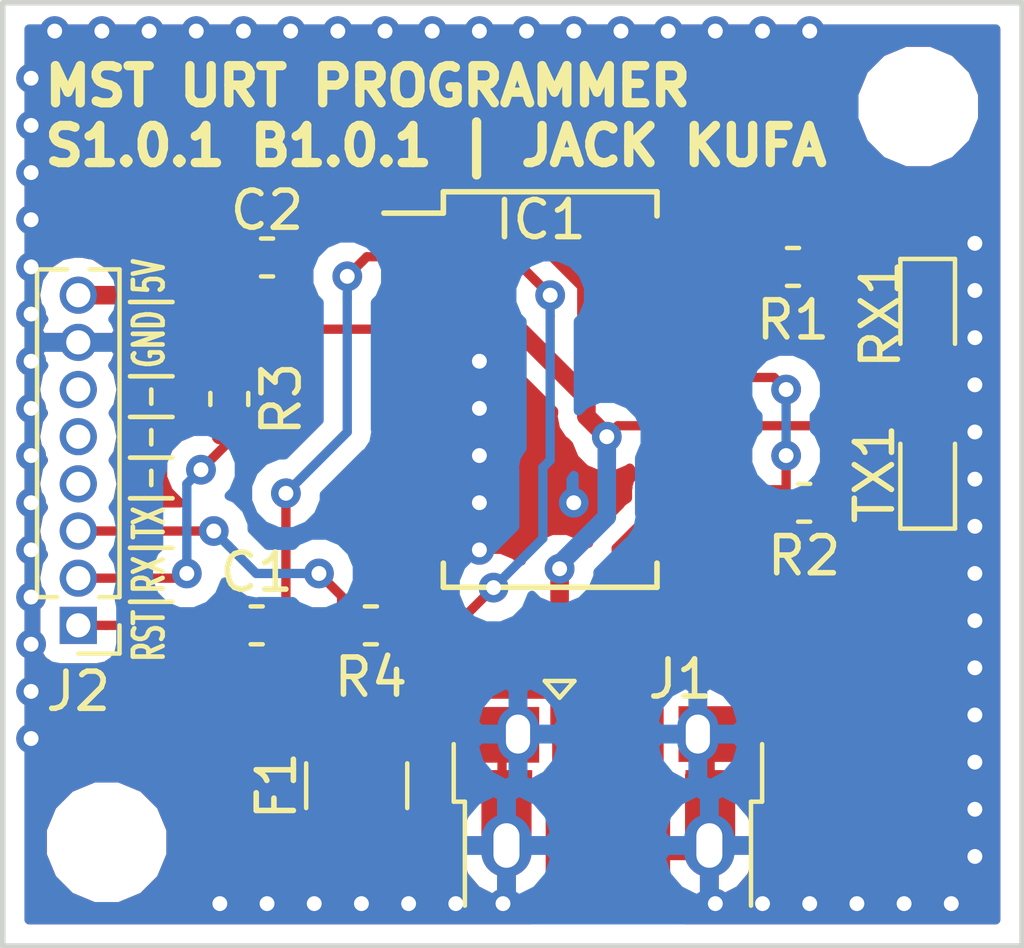
<source format=kicad_pcb>
(kicad_pcb (version 20171130) (host pcbnew "(5.0.1)-3")

  (general
    (thickness 1.6)
    (drawings 6)
    (tracks 190)
    (zones 0)
    (modules 14)
    (nets 32)
  )

  (page A4)
  (layers
    (0 F.Cu signal)
    (31 B.Cu signal)
    (32 B.Adhes user)
    (33 F.Adhes user)
    (34 B.Paste user)
    (35 F.Paste user)
    (36 B.SilkS user)
    (37 F.SilkS user)
    (38 B.Mask user hide)
    (39 F.Mask user)
    (40 Dwgs.User user)
    (41 Cmts.User user)
    (42 Eco1.User user)
    (43 Eco2.User user)
    (44 Edge.Cuts user)
    (45 Margin user)
    (46 B.CrtYd user)
    (47 F.CrtYd user)
    (48 B.Fab user)
    (49 F.Fab user hide)
  )

  (setup
    (last_trace_width 0.25)
    (user_trace_width 0.5)
    (trace_clearance 0.2)
    (zone_clearance 0.508)
    (zone_45_only no)
    (trace_min 0.2)
    (segment_width 0.2)
    (edge_width 0.15)
    (via_size 0.8)
    (via_drill 0.4)
    (via_min_size 0.4)
    (via_min_drill 0.3)
    (uvia_size 0.3)
    (uvia_drill 0.1)
    (uvias_allowed no)
    (uvia_min_size 0.2)
    (uvia_min_drill 0.1)
    (pcb_text_width 0.3)
    (pcb_text_size 1.5 1.5)
    (mod_edge_width 0.15)
    (mod_text_size 1 1)
    (mod_text_width 0.15)
    (pad_size 1.524 1.524)
    (pad_drill 0.762)
    (pad_to_mask_clearance 0.2)
    (solder_mask_min_width 0.25)
    (aux_axis_origin 0 0)
    (visible_elements 7FFFFFFF)
    (pcbplotparams
      (layerselection 0x010fc_ffffffff)
      (usegerberextensions false)
      (usegerberattributes false)
      (usegerberadvancedattributes false)
      (creategerberjobfile false)
      (excludeedgelayer true)
      (linewidth 0.100000)
      (plotframeref false)
      (viasonmask false)
      (mode 1)
      (useauxorigin false)
      (hpglpennumber 1)
      (hpglpenspeed 20)
      (hpglpendiameter 15.000000)
      (psnegative false)
      (psa4output false)
      (plotreference true)
      (plotvalue true)
      (plotinvisibletext false)
      (padsonsilk false)
      (subtractmaskfromsilk false)
      (outputformat 1)
      (mirror false)
      (drillshape 0)
      (scaleselection 1)
      (outputdirectory "gerbers_drills/"))
  )

  (net 0 "")
  (net 1 "Net-(C1-Pad1)")
  (net 2 "Net-(C1-Pad2)")
  (net 3 +5V)
  (net 4 "Net-(F1-Pad2)")
  (net 5 "Net-(IC1-Pad1)")
  (net 6 "Net-(IC1-Pad3)")
  (net 7 "Net-(IC1-Pad5)")
  (net 8 "Net-(IC1-Pad6)")
  (net 9 "Net-(IC1-Pad9)")
  (net 10 "Net-(IC1-Pad10)")
  (net 11 "Net-(IC1-Pad11)")
  (net 12 "Net-(IC1-Pad12)")
  (net 13 "Net-(IC1-Pad13)")
  (net 14 "Net-(IC1-Pad14)")
  (net 15 "Net-(IC1-Pad15)")
  (net 16 "Net-(IC1-Pad16)")
  (net 17 "Net-(IC1-Pad17)")
  (net 18 "Net-(IC1-Pad19)")
  (net 19 "Net-(IC1-Pad22)")
  (net 20 "Net-(IC1-Pad23)")
  (net 21 "Net-(IC1-Pad27)")
  (net 22 "Net-(IC1-Pad28)")
  (net 23 "Net-(J1-Pad4)")
  (net 24 "Net-(J2-Pad2)")
  (net 25 "Net-(J2-Pad3)")
  (net 26 "Net-(J2-Pad4)")
  (net 27 "Net-(J2-Pad5)")
  (net 28 "Net-(J2-Pad6)")
  (net 29 "Net-(R1-Pad1)")
  (net 30 "Net-(R2-Pad1)")
  (net 31 GND)

  (net_class Default "This is the default net class."
    (clearance 0.2)
    (trace_width 0.25)
    (via_dia 0.8)
    (via_drill 0.4)
    (uvia_dia 0.3)
    (uvia_drill 0.1)
    (add_net +5V)
    (add_net GND)
    (add_net "Net-(C1-Pad1)")
    (add_net "Net-(C1-Pad2)")
    (add_net "Net-(F1-Pad2)")
    (add_net "Net-(IC1-Pad1)")
    (add_net "Net-(IC1-Pad10)")
    (add_net "Net-(IC1-Pad11)")
    (add_net "Net-(IC1-Pad12)")
    (add_net "Net-(IC1-Pad13)")
    (add_net "Net-(IC1-Pad14)")
    (add_net "Net-(IC1-Pad15)")
    (add_net "Net-(IC1-Pad16)")
    (add_net "Net-(IC1-Pad17)")
    (add_net "Net-(IC1-Pad19)")
    (add_net "Net-(IC1-Pad22)")
    (add_net "Net-(IC1-Pad23)")
    (add_net "Net-(IC1-Pad27)")
    (add_net "Net-(IC1-Pad28)")
    (add_net "Net-(IC1-Pad3)")
    (add_net "Net-(IC1-Pad5)")
    (add_net "Net-(IC1-Pad6)")
    (add_net "Net-(IC1-Pad9)")
    (add_net "Net-(J1-Pad4)")
    (add_net "Net-(J2-Pad2)")
    (add_net "Net-(J2-Pad3)")
    (add_net "Net-(J2-Pad4)")
    (add_net "Net-(J2-Pad5)")
    (add_net "Net-(J2-Pad6)")
    (add_net "Net-(R1-Pad1)")
    (add_net "Net-(R2-Pad1)")
  )

  (module MountingHole:MountingHole_2.2mm_M2 (layer F.Cu) (tedit 5BDBAE97) (tstamp 5BE9053B)
    (at 81.026 37.592)
    (descr "Mounting Hole 2.2mm, no annular, M2")
    (tags "mounting hole 2.2mm no annular m2")
    (attr virtual)
    (fp_text reference REF** (at 0 -3.2) (layer F.SilkS) hide
      (effects (font (size 1 1) (thickness 0.15)))
    )
    (fp_text value MountingHole_2.2mm_M2 (at 0 3.2) (layer F.Fab)
      (effects (font (size 1 1) (thickness 0.15)))
    )
    (fp_text user %R (at 0.3 0) (layer F.Fab)
      (effects (font (size 1 1) (thickness 0.15)))
    )
    (fp_circle (center 0 0) (end 2.2 0) (layer Cmts.User) (width 0.15))
    (fp_circle (center 0 0) (end 2.45 0) (layer F.CrtYd) (width 0.05))
    (pad 1 np_thru_hole circle (at 0 0) (size 2.2 2.2) (drill 2.2) (layers *.Cu *.Mask))
  )

  (module Resistor_SMD:R_0603_1608Metric (layer F.Cu) (tedit 5B301BBD) (tstamp 5BE3DEA5)
    (at 66.294 51.562)
    (descr "Resistor SMD 0603 (1608 Metric), square (rectangular) end terminal, IPC_7351 nominal, (Body size source: http://www.tortai-tech.com/upload/download/2011102023233369053.pdf), generated with kicad-footprint-generator")
    (tags resistor)
    (path /5B87B57E)
    (attr smd)
    (fp_text reference R4 (at 0 1.397) (layer F.SilkS)
      (effects (font (size 1 1) (thickness 0.15)))
    )
    (fp_text value 100 (at 0 1.43) (layer F.Fab)
      (effects (font (size 1 1) (thickness 0.15)))
    )
    (fp_text user %R (at 0 0) (layer F.Fab)
      (effects (font (size 0.4 0.4) (thickness 0.06)))
    )
    (fp_line (start 1.48 0.73) (end -1.48 0.73) (layer F.CrtYd) (width 0.05))
    (fp_line (start 1.48 -0.73) (end 1.48 0.73) (layer F.CrtYd) (width 0.05))
    (fp_line (start -1.48 -0.73) (end 1.48 -0.73) (layer F.CrtYd) (width 0.05))
    (fp_line (start -1.48 0.73) (end -1.48 -0.73) (layer F.CrtYd) (width 0.05))
    (fp_line (start -0.162779 0.51) (end 0.162779 0.51) (layer F.SilkS) (width 0.12))
    (fp_line (start -0.162779 -0.51) (end 0.162779 -0.51) (layer F.SilkS) (width 0.12))
    (fp_line (start 0.8 0.4) (end -0.8 0.4) (layer F.Fab) (width 0.1))
    (fp_line (start 0.8 -0.4) (end 0.8 0.4) (layer F.Fab) (width 0.1))
    (fp_line (start -0.8 -0.4) (end 0.8 -0.4) (layer F.Fab) (width 0.1))
    (fp_line (start -0.8 0.4) (end -0.8 -0.4) (layer F.Fab) (width 0.1))
    (pad 2 smd roundrect (at 0.7875 0) (size 0.875 0.95) (layers F.Cu F.Paste F.Mask) (roundrect_rratio 0.25)
      (net 5 "Net-(IC1-Pad1)"))
    (pad 1 smd roundrect (at -0.7875 0) (size 0.875 0.95) (layers F.Cu F.Paste F.Mask) (roundrect_rratio 0.25)
      (net 25 "Net-(J2-Pad3)"))
    (model ${KISYS3DMOD}/Resistor_SMD.3dshapes/R_0603_1608Metric.wrl
      (at (xyz 0 0 0))
      (scale (xyz 1 1 1))
      (rotate (xyz 0 0 0))
    )
  )

  (module Resistor_SMD:R_0603_1608Metric (layer F.Cu) (tedit 5B301BBD) (tstamp 5BE3DE95)
    (at 62.484 45.466 90)
    (descr "Resistor SMD 0603 (1608 Metric), square (rectangular) end terminal, IPC_7351 nominal, (Body size source: http://www.tortai-tech.com/upload/download/2011102023233369053.pdf), generated with kicad-footprint-generator")
    (tags resistor)
    (path /5B87B2E1)
    (attr smd)
    (fp_text reference R3 (at 0 1.397 90) (layer F.SilkS)
      (effects (font (size 1 1) (thickness 0.15)))
    )
    (fp_text value 100 (at 0 1.43 90) (layer F.Fab)
      (effects (font (size 1 1) (thickness 0.15)))
    )
    (fp_line (start -0.8 0.4) (end -0.8 -0.4) (layer F.Fab) (width 0.1))
    (fp_line (start -0.8 -0.4) (end 0.8 -0.4) (layer F.Fab) (width 0.1))
    (fp_line (start 0.8 -0.4) (end 0.8 0.4) (layer F.Fab) (width 0.1))
    (fp_line (start 0.8 0.4) (end -0.8 0.4) (layer F.Fab) (width 0.1))
    (fp_line (start -0.162779 -0.51) (end 0.162779 -0.51) (layer F.SilkS) (width 0.12))
    (fp_line (start -0.162779 0.51) (end 0.162779 0.51) (layer F.SilkS) (width 0.12))
    (fp_line (start -1.48 0.73) (end -1.48 -0.73) (layer F.CrtYd) (width 0.05))
    (fp_line (start -1.48 -0.73) (end 1.48 -0.73) (layer F.CrtYd) (width 0.05))
    (fp_line (start 1.48 -0.73) (end 1.48 0.73) (layer F.CrtYd) (width 0.05))
    (fp_line (start 1.48 0.73) (end -1.48 0.73) (layer F.CrtYd) (width 0.05))
    (fp_text user %R (at 0 0 90) (layer F.Fab)
      (effects (font (size 0.4 0.4) (thickness 0.06)))
    )
    (pad 1 smd roundrect (at -0.7875 0 90) (size 0.875 0.95) (layers F.Cu F.Paste F.Mask) (roundrect_rratio 0.25)
      (net 24 "Net-(J2-Pad2)"))
    (pad 2 smd roundrect (at 0.7875 0 90) (size 0.875 0.95) (layers F.Cu F.Paste F.Mask) (roundrect_rratio 0.25)
      (net 7 "Net-(IC1-Pad5)"))
    (model ${KISYS3DMOD}/Resistor_SMD.3dshapes/R_0603_1608Metric.wrl
      (at (xyz 0 0 0))
      (scale (xyz 1 1 1))
      (rotate (xyz 0 0 0))
    )
  )

  (module Resistor_SMD:R_0603_1608Metric (layer F.Cu) (tedit 5B301BBD) (tstamp 5BE3DE85)
    (at 77.955 48.26 180)
    (descr "Resistor SMD 0603 (1608 Metric), square (rectangular) end terminal, IPC_7351 nominal, (Body size source: http://www.tortai-tech.com/upload/download/2011102023233369053.pdf), generated with kicad-footprint-generator")
    (tags resistor)
    (path /5B7F5F7D)
    (attr smd)
    (fp_text reference R2 (at 0 -1.43 180) (layer F.SilkS)
      (effects (font (size 1 1) (thickness 0.15)))
    )
    (fp_text value 1K (at 0 1.43 180) (layer F.Fab)
      (effects (font (size 1 1) (thickness 0.15)))
    )
    (fp_text user %R (at 0 0 180) (layer F.Fab)
      (effects (font (size 0.4 0.4) (thickness 0.06)))
    )
    (fp_line (start 1.48 0.73) (end -1.48 0.73) (layer F.CrtYd) (width 0.05))
    (fp_line (start 1.48 -0.73) (end 1.48 0.73) (layer F.CrtYd) (width 0.05))
    (fp_line (start -1.48 -0.73) (end 1.48 -0.73) (layer F.CrtYd) (width 0.05))
    (fp_line (start -1.48 0.73) (end -1.48 -0.73) (layer F.CrtYd) (width 0.05))
    (fp_line (start -0.162779 0.51) (end 0.162779 0.51) (layer F.SilkS) (width 0.12))
    (fp_line (start -0.162779 -0.51) (end 0.162779 -0.51) (layer F.SilkS) (width 0.12))
    (fp_line (start 0.8 0.4) (end -0.8 0.4) (layer F.Fab) (width 0.1))
    (fp_line (start 0.8 -0.4) (end 0.8 0.4) (layer F.Fab) (width 0.1))
    (fp_line (start -0.8 -0.4) (end 0.8 -0.4) (layer F.Fab) (width 0.1))
    (fp_line (start -0.8 0.4) (end -0.8 -0.4) (layer F.Fab) (width 0.1))
    (pad 2 smd roundrect (at 0.7875 0 180) (size 0.875 0.95) (layers F.Cu F.Paste F.Mask) (roundrect_rratio 0.25)
      (net 19 "Net-(IC1-Pad22)"))
    (pad 1 smd roundrect (at -0.7875 0 180) (size 0.875 0.95) (layers F.Cu F.Paste F.Mask) (roundrect_rratio 0.25)
      (net 30 "Net-(R2-Pad1)"))
    (model ${KISYS3DMOD}/Resistor_SMD.3dshapes/R_0603_1608Metric.wrl
      (at (xyz 0 0 0))
      (scale (xyz 1 1 1))
      (rotate (xyz 0 0 0))
    )
  )

  (module Resistor_SMD:R_0603_1608Metric (layer F.Cu) (tedit 5B301BBD) (tstamp 5BE3DE75)
    (at 77.655 41.91 180)
    (descr "Resistor SMD 0603 (1608 Metric), square (rectangular) end terminal, IPC_7351 nominal, (Body size source: http://www.tortai-tech.com/upload/download/2011102023233369053.pdf), generated with kicad-footprint-generator")
    (tags resistor)
    (path /5B7F5F0D)
    (attr smd)
    (fp_text reference R1 (at 0 -1.43 180) (layer F.SilkS)
      (effects (font (size 1 1) (thickness 0.15)))
    )
    (fp_text value 1K (at 0 1.43 180) (layer F.Fab)
      (effects (font (size 1 1) (thickness 0.15)))
    )
    (fp_line (start -0.8 0.4) (end -0.8 -0.4) (layer F.Fab) (width 0.1))
    (fp_line (start -0.8 -0.4) (end 0.8 -0.4) (layer F.Fab) (width 0.1))
    (fp_line (start 0.8 -0.4) (end 0.8 0.4) (layer F.Fab) (width 0.1))
    (fp_line (start 0.8 0.4) (end -0.8 0.4) (layer F.Fab) (width 0.1))
    (fp_line (start -0.162779 -0.51) (end 0.162779 -0.51) (layer F.SilkS) (width 0.12))
    (fp_line (start -0.162779 0.51) (end 0.162779 0.51) (layer F.SilkS) (width 0.12))
    (fp_line (start -1.48 0.73) (end -1.48 -0.73) (layer F.CrtYd) (width 0.05))
    (fp_line (start -1.48 -0.73) (end 1.48 -0.73) (layer F.CrtYd) (width 0.05))
    (fp_line (start 1.48 -0.73) (end 1.48 0.73) (layer F.CrtYd) (width 0.05))
    (fp_line (start 1.48 0.73) (end -1.48 0.73) (layer F.CrtYd) (width 0.05))
    (fp_text user %R (at 0 0 180) (layer F.Fab)
      (effects (font (size 0.4 0.4) (thickness 0.06)))
    )
    (pad 1 smd roundrect (at -0.7875 0 180) (size 0.875 0.95) (layers F.Cu F.Paste F.Mask) (roundrect_rratio 0.25)
      (net 29 "Net-(R1-Pad1)"))
    (pad 2 smd roundrect (at 0.7875 0 180) (size 0.875 0.95) (layers F.Cu F.Paste F.Mask) (roundrect_rratio 0.25)
      (net 20 "Net-(IC1-Pad23)"))
    (model ${KISYS3DMOD}/Resistor_SMD.3dshapes/R_0603_1608Metric.wrl
      (at (xyz 0 0 0))
      (scale (xyz 1 1 1))
      (rotate (xyz 0 0 0))
    )
  )

  (module Fuse:Fuse_1210_3225Metric (layer F.Cu) (tedit 5B301BBE) (tstamp 5BD83ABF)
    (at 65.913 55.88 270)
    (descr "Fuse SMD 1210 (3225 Metric), square (rectangular) end terminal, IPC_7351 nominal, (Body size source: http://www.tortai-tech.com/upload/download/2011102023233369053.pdf), generated with kicad-footprint-generator")
    (tags resistor)
    (path /5B7F330A)
    (attr smd)
    (fp_text reference F1 (at 0 2.159 270) (layer F.SilkS)
      (effects (font (size 1 1) (thickness 0.15)))
    )
    (fp_text value 2A (at 0 2.28 270) (layer F.Fab)
      (effects (font (size 1 1) (thickness 0.15)))
    )
    (fp_line (start -1.6 1.25) (end -1.6 -1.25) (layer F.Fab) (width 0.1))
    (fp_line (start -1.6 -1.25) (end 1.6 -1.25) (layer F.Fab) (width 0.1))
    (fp_line (start 1.6 -1.25) (end 1.6 1.25) (layer F.Fab) (width 0.1))
    (fp_line (start 1.6 1.25) (end -1.6 1.25) (layer F.Fab) (width 0.1))
    (fp_line (start -0.602064 -1.36) (end 0.602064 -1.36) (layer F.SilkS) (width 0.12))
    (fp_line (start -0.602064 1.36) (end 0.602064 1.36) (layer F.SilkS) (width 0.12))
    (fp_line (start -2.28 1.58) (end -2.28 -1.58) (layer F.CrtYd) (width 0.05))
    (fp_line (start -2.28 -1.58) (end 2.28 -1.58) (layer F.CrtYd) (width 0.05))
    (fp_line (start 2.28 -1.58) (end 2.28 1.58) (layer F.CrtYd) (width 0.05))
    (fp_line (start 2.28 1.58) (end -2.28 1.58) (layer F.CrtYd) (width 0.05))
    (fp_text user %R (at 0 0 270) (layer F.Fab)
      (effects (font (size 0.8 0.8) (thickness 0.12)))
    )
    (pad 1 smd roundrect (at -1.4 0 270) (size 1.25 2.65) (layers F.Cu F.Paste F.Mask) (roundrect_rratio 0.2)
      (net 3 +5V))
    (pad 2 smd roundrect (at 1.4 0 270) (size 1.25 2.65) (layers F.Cu F.Paste F.Mask) (roundrect_rratio 0.2)
      (net 4 "Net-(F1-Pad2)"))
    (model ${KISYS3DMOD}/Fuse.3dshapes/Fuse_1210_3225Metric.wrl
      (at (xyz 0 0 0))
      (scale (xyz 1 1 1))
      (rotate (xyz 0 0 0))
    )
  )

  (module Package_SO:SSOP-28_5.3x10.2mm_P0.65mm (layer F.Cu) (tedit 5A02F25C) (tstamp 5BAF3A80)
    (at 71.12 45.212)
    (descr "28-Lead Plastic Shrink Small Outline (SS)-5.30 mm Body [SSOP] (see Microchip Packaging Specification 00000049BS.pdf)")
    (tags "SSOP 0.65")
    (path /5B7F2CF3)
    (attr smd)
    (fp_text reference IC1 (at -0.254 -4.572) (layer F.SilkS)
      (effects (font (size 1 1) (thickness 0.15)))
    )
    (fp_text value FT232RL (at 0 6.25) (layer F.Fab)
      (effects (font (size 1 1) (thickness 0.15)))
    )
    (fp_text user %R (at 0 0) (layer F.Fab)
      (effects (font (size 0.8 0.8) (thickness 0.15)))
    )
    (fp_line (start -2.875 -4.75) (end -4.475 -4.75) (layer F.SilkS) (width 0.15))
    (fp_line (start -2.875 5.325) (end 2.875 5.325) (layer F.SilkS) (width 0.15))
    (fp_line (start -2.875 -5.325) (end 2.875 -5.325) (layer F.SilkS) (width 0.15))
    (fp_line (start -2.875 5.325) (end -2.875 4.675) (layer F.SilkS) (width 0.15))
    (fp_line (start 2.875 5.325) (end 2.875 4.675) (layer F.SilkS) (width 0.15))
    (fp_line (start 2.875 -5.325) (end 2.875 -4.675) (layer F.SilkS) (width 0.15))
    (fp_line (start -2.875 -5.325) (end -2.875 -4.75) (layer F.SilkS) (width 0.15))
    (fp_line (start -4.75 5.5) (end 4.75 5.5) (layer F.CrtYd) (width 0.05))
    (fp_line (start -4.75 -5.5) (end 4.75 -5.5) (layer F.CrtYd) (width 0.05))
    (fp_line (start 4.75 -5.5) (end 4.75 5.5) (layer F.CrtYd) (width 0.05))
    (fp_line (start -4.75 -5.5) (end -4.75 5.5) (layer F.CrtYd) (width 0.05))
    (fp_line (start -2.65 -4.1) (end -1.65 -5.1) (layer F.Fab) (width 0.15))
    (fp_line (start -2.65 5.1) (end -2.65 -4.1) (layer F.Fab) (width 0.15))
    (fp_line (start 2.65 5.1) (end -2.65 5.1) (layer F.Fab) (width 0.15))
    (fp_line (start 2.65 -5.1) (end 2.65 5.1) (layer F.Fab) (width 0.15))
    (fp_line (start -1.65 -5.1) (end 2.65 -5.1) (layer F.Fab) (width 0.15))
    (pad 28 smd rect (at 3.6 -4.225) (size 1.75 0.45) (layers F.Cu F.Paste F.Mask)
      (net 22 "Net-(IC1-Pad28)"))
    (pad 27 smd rect (at 3.6 -3.575) (size 1.75 0.45) (layers F.Cu F.Paste F.Mask)
      (net 21 "Net-(IC1-Pad27)"))
    (pad 26 smd rect (at 3.6 -2.925) (size 1.75 0.45) (layers F.Cu F.Paste F.Mask)
      (net 31 GND))
    (pad 25 smd rect (at 3.6 -2.275) (size 1.75 0.45) (layers F.Cu F.Paste F.Mask)
      (net 31 GND))
    (pad 24 smd rect (at 3.6 -1.625) (size 1.75 0.45) (layers F.Cu F.Paste F.Mask))
    (pad 23 smd rect (at 3.6 -0.975) (size 1.75 0.45) (layers F.Cu F.Paste F.Mask)
      (net 20 "Net-(IC1-Pad23)"))
    (pad 22 smd rect (at 3.6 -0.325) (size 1.75 0.45) (layers F.Cu F.Paste F.Mask)
      (net 19 "Net-(IC1-Pad22)"))
    (pad 21 smd rect (at 3.6 0.325) (size 1.75 0.45) (layers F.Cu F.Paste F.Mask)
      (net 31 GND))
    (pad 20 smd rect (at 3.6 0.975) (size 1.75 0.45) (layers F.Cu F.Paste F.Mask)
      (net 3 +5V))
    (pad 19 smd rect (at 3.6 1.625) (size 1.75 0.45) (layers F.Cu F.Paste F.Mask)
      (net 18 "Net-(IC1-Pad19)"))
    (pad 18 smd rect (at 3.6 2.275) (size 1.75 0.45) (layers F.Cu F.Paste F.Mask)
      (net 31 GND))
    (pad 17 smd rect (at 3.6 2.925) (size 1.75 0.45) (layers F.Cu F.Paste F.Mask)
      (net 17 "Net-(IC1-Pad17)"))
    (pad 16 smd rect (at 3.6 3.575) (size 1.75 0.45) (layers F.Cu F.Paste F.Mask)
      (net 16 "Net-(IC1-Pad16)"))
    (pad 15 smd rect (at 3.6 4.225) (size 1.75 0.45) (layers F.Cu F.Paste F.Mask)
      (net 15 "Net-(IC1-Pad15)"))
    (pad 14 smd rect (at -3.6 4.225) (size 1.75 0.45) (layers F.Cu F.Paste F.Mask)
      (net 14 "Net-(IC1-Pad14)"))
    (pad 13 smd rect (at -3.6 3.575) (size 1.75 0.45) (layers F.Cu F.Paste F.Mask)
      (net 13 "Net-(IC1-Pad13)"))
    (pad 12 smd rect (at -3.6 2.925) (size 1.75 0.45) (layers F.Cu F.Paste F.Mask)
      (net 12 "Net-(IC1-Pad12)"))
    (pad 11 smd rect (at -3.6 2.275) (size 1.75 0.45) (layers F.Cu F.Paste F.Mask)
      (net 11 "Net-(IC1-Pad11)"))
    (pad 10 smd rect (at -3.6 1.625) (size 1.75 0.45) (layers F.Cu F.Paste F.Mask)
      (net 10 "Net-(IC1-Pad10)"))
    (pad 9 smd rect (at -3.6 0.975) (size 1.75 0.45) (layers F.Cu F.Paste F.Mask)
      (net 9 "Net-(IC1-Pad9)"))
    (pad 8 smd rect (at -3.6 0.325) (size 1.75 0.45) (layers F.Cu F.Paste F.Mask))
    (pad 7 smd rect (at -3.6 -0.325) (size 1.75 0.45) (layers F.Cu F.Paste F.Mask)
      (net 31 GND))
    (pad 6 smd rect (at -3.6 -0.975) (size 1.75 0.45) (layers F.Cu F.Paste F.Mask)
      (net 8 "Net-(IC1-Pad6)"))
    (pad 5 smd rect (at -3.6 -1.625) (size 1.75 0.45) (layers F.Cu F.Paste F.Mask)
      (net 7 "Net-(IC1-Pad5)"))
    (pad 4 smd rect (at -3.6 -2.275) (size 1.75 0.45) (layers F.Cu F.Paste F.Mask)
      (net 3 +5V))
    (pad 3 smd rect (at -3.6 -2.925) (size 1.75 0.45) (layers F.Cu F.Paste F.Mask)
      (net 6 "Net-(IC1-Pad3)"))
    (pad 2 smd rect (at -3.6 -3.575) (size 1.75 0.45) (layers F.Cu F.Paste F.Mask)
      (net 2 "Net-(C1-Pad2)"))
    (pad 1 smd rect (at -3.6 -4.225) (size 1.75 0.45) (layers F.Cu F.Paste F.Mask)
      (net 5 "Net-(IC1-Pad1)"))
    (model ${KISYS3DMOD}/Package_SO.3dshapes/SSOP-28_5.3x10.2mm_P0.65mm.wrl
      (at (xyz 0 0 0))
      (scale (xyz 1 1 1))
      (rotate (xyz 0 0 0))
    )
  )

  (module Connector_PinHeader_1.27mm:PinHeader_1x08_P1.27mm_Vertical (layer F.Cu) (tedit 5BAFD942) (tstamp 5BAF3AC8)
    (at 58.42 51.562 180)
    (descr "Through hole straight pin header, 1x08, 1.27mm pitch, single row")
    (tags "Through hole pin header THT 1x08 1.27mm single row")
    (path /5B875270)
    (fp_text reference J2 (at 0 -1.778) (layer F.SilkS)
      (effects (font (size 1 1) (thickness 0.15)))
    )
    (fp_text value Jumper_For_RJ45 (at 2.54 3.81 90 unlocked) (layer F.Fab)
      (effects (font (size 1 1) (thickness 0.15)))
    )
    (fp_text user %R (at 0 4.445 270) (layer F.Fab)
      (effects (font (size 1 1) (thickness 0.15)))
    )
    (fp_line (start 1.55 -1.15) (end -1.55 -1.15) (layer F.CrtYd) (width 0.05))
    (fp_line (start 1.55 10.05) (end 1.55 -1.15) (layer F.CrtYd) (width 0.05))
    (fp_line (start -1.55 10.05) (end 1.55 10.05) (layer F.CrtYd) (width 0.05))
    (fp_line (start -1.55 -1.15) (end -1.55 10.05) (layer F.CrtYd) (width 0.05))
    (fp_line (start -1.11 -0.76) (end 0 -0.76) (layer F.SilkS) (width 0.12))
    (fp_line (start -1.11 0) (end -1.11 -0.76) (layer F.SilkS) (width 0.12))
    (fp_line (start 0.563471 0.76) (end 1.11 0.76) (layer F.SilkS) (width 0.12))
    (fp_line (start -1.11 0.76) (end -0.563471 0.76) (layer F.SilkS) (width 0.12))
    (fp_line (start 1.11 0.76) (end 1.11 9.585) (layer F.SilkS) (width 0.12))
    (fp_line (start -1.11 0.76) (end -1.11 9.585) (layer F.SilkS) (width 0.12))
    (fp_line (start 0.30753 9.585) (end 1.11 9.585) (layer F.SilkS) (width 0.12))
    (fp_line (start -1.11 9.585) (end -0.30753 9.585) (layer F.SilkS) (width 0.12))
    (fp_line (start -1.05 -0.11) (end -0.525 -0.635) (layer F.Fab) (width 0.1))
    (fp_line (start -1.05 9.525) (end -1.05 -0.11) (layer F.Fab) (width 0.1))
    (fp_line (start 1.05 9.525) (end -1.05 9.525) (layer F.Fab) (width 0.1))
    (fp_line (start 1.05 -0.635) (end 1.05 9.525) (layer F.Fab) (width 0.1))
    (fp_line (start -0.525 -0.635) (end 1.05 -0.635) (layer F.Fab) (width 0.1))
    (pad 8 thru_hole oval (at 0 8.89 180) (size 1 1) (drill 0.65) (layers *.Cu *.Mask)
      (net 3 +5V))
    (pad 7 thru_hole oval (at 0 7.62 180) (size 1 1) (drill 0.65) (layers *.Cu *.Mask)
      (net 31 GND))
    (pad 6 thru_hole oval (at 0 6.35 180) (size 1 1) (drill 0.65) (layers *.Cu *.Mask)
      (net 28 "Net-(J2-Pad6)"))
    (pad 5 thru_hole oval (at 0 5.08 180) (size 1 1) (drill 0.65) (layers *.Cu *.Mask)
      (net 27 "Net-(J2-Pad5)"))
    (pad 4 thru_hole oval (at 0 3.81 180) (size 1 1) (drill 0.65) (layers *.Cu *.Mask)
      (net 26 "Net-(J2-Pad4)"))
    (pad 3 thru_hole oval (at 0 2.54 180) (size 1 1) (drill 0.65) (layers *.Cu *.Mask)
      (net 25 "Net-(J2-Pad3)"))
    (pad 2 thru_hole oval (at 0 1.27 180) (size 1 1) (drill 0.65) (layers *.Cu *.Mask)
      (net 24 "Net-(J2-Pad2)"))
    (pad 1 thru_hole rect (at 0 0 180) (size 1 1) (drill 0.65) (layers *.Cu *.Mask)
      (net 1 "Net-(C1-Pad1)"))
    (model ${KISYS3DMOD}/Connector_PinHeader_1.27mm.3dshapes/PinHeader_1x08_P1.27mm_Vertical.wrl
      (at (xyz 0 0 0))
      (scale (xyz 1 1 1))
      (rotate (xyz 0 0 0))
    )
  )

  (module Capacitor_SMD:C_0603_1608Metric (layer F.Cu) (tedit 5B301BBE) (tstamp 5BAF3A40)
    (at 63.2205 51.562)
    (descr "Capacitor SMD 0603 (1608 Metric), square (rectangular) end terminal, IPC_7351 nominal, (Body size source: http://www.tortai-tech.com/upload/download/2011102023233369053.pdf), generated with kicad-footprint-generator")
    (tags capacitor)
    (path /5B7F5A97)
    (attr smd)
    (fp_text reference C1 (at 0 -1.43) (layer F.SilkS)
      (effects (font (size 1 1) (thickness 0.15)))
    )
    (fp_text value 100nF (at 0 1.43) (layer F.Fab)
      (effects (font (size 1 1) (thickness 0.15)))
    )
    (fp_text user %R (at 0 0) (layer F.Fab)
      (effects (font (size 0.4 0.4) (thickness 0.06)))
    )
    (fp_line (start 1.48 0.73) (end -1.48 0.73) (layer F.CrtYd) (width 0.05))
    (fp_line (start 1.48 -0.73) (end 1.48 0.73) (layer F.CrtYd) (width 0.05))
    (fp_line (start -1.48 -0.73) (end 1.48 -0.73) (layer F.CrtYd) (width 0.05))
    (fp_line (start -1.48 0.73) (end -1.48 -0.73) (layer F.CrtYd) (width 0.05))
    (fp_line (start -0.162779 0.51) (end 0.162779 0.51) (layer F.SilkS) (width 0.12))
    (fp_line (start -0.162779 -0.51) (end 0.162779 -0.51) (layer F.SilkS) (width 0.12))
    (fp_line (start 0.8 0.4) (end -0.8 0.4) (layer F.Fab) (width 0.1))
    (fp_line (start 0.8 -0.4) (end 0.8 0.4) (layer F.Fab) (width 0.1))
    (fp_line (start -0.8 -0.4) (end 0.8 -0.4) (layer F.Fab) (width 0.1))
    (fp_line (start -0.8 0.4) (end -0.8 -0.4) (layer F.Fab) (width 0.1))
    (pad 2 smd roundrect (at 0.7875 0) (size 0.875 0.95) (layers F.Cu F.Paste F.Mask) (roundrect_rratio 0.25)
      (net 2 "Net-(C1-Pad2)"))
    (pad 1 smd roundrect (at -0.7875 0) (size 0.875 0.95) (layers F.Cu F.Paste F.Mask) (roundrect_rratio 0.25)
      (net 1 "Net-(C1-Pad1)"))
    (model ${KISYS3DMOD}/Capacitor_SMD.3dshapes/C_0603_1608Metric.wrl
      (at (xyz 0 0 0))
      (scale (xyz 1 1 1))
      (rotate (xyz 0 0 0))
    )
  )

  (module Connector_USB:USB_Micro-B_Amphenol_10103594-0001LF_Horizontal (layer F.Cu) (tedit 5A1DC0BD) (tstamp 5BF60B23)
    (at 72.699 56.375)
    (descr "Micro USB Type B 10103594-0001LF, http://cdn.amphenol-icc.com/media/wysiwyg/files/drawing/10103594.pdf")
    (tags "USB USB_B USB_micro USB_OTG")
    (path /5B7F2F5E)
    (attr smd)
    (fp_text reference J1 (at 1.925 -3.365) (layer F.SilkS)
      (effects (font (size 1 1) (thickness 0.15)))
    )
    (fp_text value USB_B_Micro (at -0.025 4.435) (layer F.Fab)
      (effects (font (size 1 1) (thickness 0.15)))
    )
    (fp_line (start 4.14 3.58) (end -4.13 3.58) (layer F.CrtYd) (width 0.05))
    (fp_line (start 4.14 3.58) (end 4.14 -2.88) (layer F.CrtYd) (width 0.05))
    (fp_line (start -4.13 -2.88) (end -4.13 3.58) (layer F.CrtYd) (width 0.05))
    (fp_line (start -4.13 -2.88) (end 4.14 -2.88) (layer F.CrtYd) (width 0.05))
    (fp_line (start -4.025 2.835) (end 3.975 2.835) (layer Dwgs.User) (width 0.1))
    (fp_line (start -3.775 3.335) (end -3.775 -0.865) (layer F.Fab) (width 0.12))
    (fp_line (start -2.975 -1.615) (end 3.725 -1.615) (layer F.Fab) (width 0.12))
    (fp_line (start 3.725 -1.615) (end 3.725 3.335) (layer F.Fab) (width 0.12))
    (fp_line (start 3.725 3.335) (end -3.775 3.335) (layer F.Fab) (width 0.12))
    (fp_line (start -3.775 -0.865) (end -2.975 -1.615) (layer F.Fab) (width 0.12))
    (fp_line (start -1.325 -2.865) (end -1.725 -3.315) (layer F.SilkS) (width 0.12))
    (fp_line (start -1.725 -3.315) (end -0.925 -3.315) (layer F.SilkS) (width 0.12))
    (fp_line (start -0.925 -3.315) (end -1.325 -2.865) (layer F.SilkS) (width 0.12))
    (fp_line (start 3.825 2.735) (end 3.825 -0.065) (layer F.SilkS) (width 0.12))
    (fp_line (start 3.825 -0.065) (end 4.125 -0.065) (layer F.SilkS) (width 0.12))
    (fp_line (start 4.125 -0.065) (end 4.125 -1.615) (layer F.SilkS) (width 0.12))
    (fp_line (start -3.875 2.735) (end -3.875 -0.065) (layer F.SilkS) (width 0.12))
    (fp_line (start -4.175 -0.065) (end -3.875 -0.065) (layer F.SilkS) (width 0.12))
    (fp_line (start -4.175 -0.065) (end -4.175 -1.615) (layer F.SilkS) (width 0.12))
    (fp_text user %R (at -0.025 -0.015) (layer F.Fab)
      (effects (font (size 1 1) (thickness 0.15)))
    )
    (fp_text user "PCB edge" (at -0.025 2.235) (layer Dwgs.User)
      (effects (font (size 0.5 0.5) (thickness 0.075)))
    )
    (pad 6 smd rect (at 0.935 1.385 90) (size 2.5 1.43) (layers F.Cu F.Paste F.Mask)
      (net 31 GND))
    (pad 6 smd rect (at -0.985 1.385 90) (size 2.5 1.43) (layers F.Cu F.Paste F.Mask)
      (net 31 GND))
    (pad 6 thru_hole oval (at 2.705 1.115 90) (size 1.7 1.35) (drill oval 1.2 0.7) (layers *.Cu *.Mask)
      (net 31 GND))
    (pad 6 thru_hole oval (at -2.755 1.115 90) (size 1.7 1.35) (drill oval 1.2 0.7) (layers *.Cu *.Mask)
      (net 31 GND))
    (pad 6 thru_hole oval (at 2.395 -1.885 90) (size 1.5 1.1) (drill oval 1.05 0.65) (layers *.Cu *.Mask)
      (net 31 GND))
    (pad 6 thru_hole oval (at -2.445 -1.885 90) (size 1.5 1.1) (drill oval 1.05 0.65) (layers *.Cu *.Mask)
      (net 31 GND))
    (pad 5 smd rect (at 1.275 -1.765 90) (size 1.65 0.4) (layers F.Cu F.Paste F.Mask)
      (net 31 GND))
    (pad 4 smd rect (at 0.625 -1.765 90) (size 1.65 0.4) (layers F.Cu F.Paste F.Mask)
      (net 23 "Net-(J1-Pad4)"))
    (pad 3 smd rect (at -0.025 -1.765 90) (size 1.65 0.4) (layers F.Cu F.Paste F.Mask)
      (net 15 "Net-(IC1-Pad15)"))
    (pad 2 smd rect (at -0.675 -1.765 90) (size 1.65 0.4) (layers F.Cu F.Paste F.Mask)
      (net 16 "Net-(IC1-Pad16)"))
    (pad 1 smd rect (at -1.325 -1.765 90) (size 1.65 0.4) (layers F.Cu F.Paste F.Mask)
      (net 4 "Net-(F1-Pad2)"))
    (pad 6 smd rect (at 2.875 -1.885) (size 2 1.5) (layers F.Cu F.Paste F.Mask)
      (net 31 GND))
    (pad 6 smd rect (at -2.875 -1.865) (size 2 1.5) (layers F.Cu F.Paste F.Mask)
      (net 31 GND))
    (pad 6 smd rect (at 2.975 -0.565) (size 1.825 0.7) (layers F.Cu F.Paste F.Mask)
      (net 31 GND))
    (pad 6 smd rect (at -2.975 -0.565) (size 1.825 0.7) (layers F.Cu F.Paste F.Mask)
      (net 31 GND))
    (pad 6 smd rect (at -2.755 0.185) (size 1.35 2) (layers F.Cu F.Paste F.Mask)
      (net 31 GND))
    (pad 6 smd rect (at 2.725 0.185) (size 1.35 2) (layers F.Cu F.Paste F.Mask)
      (net 31 GND))
    (model ${KISYS3DMOD}/Connector_USB.3dshapes/USB_Micro-B_Amphenol_10103594-0001LF_Horizontal.wrl
      (at (xyz 0 0 0))
      (scale (xyz 1 1 1))
      (rotate (xyz 0 0 0))
    )
    (model C:/urt/kicad-stuff/3D/10103594.igs
      (offset (xyz 0 0.5 2.5))
      (scale (xyz 1 1 1))
      (rotate (xyz -90 180 0))
    )
  )

  (module LED_SMD:LED_0603_1608Metric (layer F.Cu) (tedit 5B301BBE) (tstamp 5BAF3B17)
    (at 81.28 43.18 270)
    (descr "LED SMD 0603 (1608 Metric), square (rectangular) end terminal, IPC_7351 nominal, (Body size source: http://www.tortai-tech.com/upload/download/2011102023233369053.pdf), generated with kicad-footprint-generator")
    (tags diode)
    (path /5B9A36D9)
    (attr smd)
    (fp_text reference RX1 (at 0 1.27 270) (layer F.SilkS)
      (effects (font (size 1 1) (thickness 0.15)))
    )
    (fp_text value Blue (at 0 1.43 270) (layer F.Fab)
      (effects (font (size 1 1) (thickness 0.15)))
    )
    (fp_line (start 0.8 -0.4) (end -0.5 -0.4) (layer F.Fab) (width 0.1))
    (fp_line (start -0.5 -0.4) (end -0.8 -0.1) (layer F.Fab) (width 0.1))
    (fp_line (start -0.8 -0.1) (end -0.8 0.4) (layer F.Fab) (width 0.1))
    (fp_line (start -0.8 0.4) (end 0.8 0.4) (layer F.Fab) (width 0.1))
    (fp_line (start 0.8 0.4) (end 0.8 -0.4) (layer F.Fab) (width 0.1))
    (fp_line (start 0.8 -0.735) (end -1.485 -0.735) (layer F.SilkS) (width 0.12))
    (fp_line (start -1.485 -0.735) (end -1.485 0.735) (layer F.SilkS) (width 0.12))
    (fp_line (start -1.485 0.735) (end 0.8 0.735) (layer F.SilkS) (width 0.12))
    (fp_line (start -1.48 0.73) (end -1.48 -0.73) (layer F.CrtYd) (width 0.05))
    (fp_line (start -1.48 -0.73) (end 1.48 -0.73) (layer F.CrtYd) (width 0.05))
    (fp_line (start 1.48 -0.73) (end 1.48 0.73) (layer F.CrtYd) (width 0.05))
    (fp_line (start 1.48 0.73) (end -1.48 0.73) (layer F.CrtYd) (width 0.05))
    (fp_text user %R (at 0 0 270) (layer F.Fab)
      (effects (font (size 0.4 0.4) (thickness 0.06)))
    )
    (pad 1 smd roundrect (at -0.7875 0 270) (size 0.875 0.95) (layers F.Cu F.Paste F.Mask) (roundrect_rratio 0.25)
      (net 29 "Net-(R1-Pad1)"))
    (pad 2 smd roundrect (at 0.7875 0 270) (size 0.875 0.95) (layers F.Cu F.Paste F.Mask) (roundrect_rratio 0.25)
      (net 3 +5V))
    (model ${KISYS3DMOD}/LED_SMD.3dshapes/LED_0603_1608Metric.wrl
      (at (xyz 0 0 0))
      (scale (xyz 1 1 1))
      (rotate (xyz 0 0 0))
    )
  )

  (module LED_SMD:LED_0603_1608Metric (layer F.Cu) (tedit 5B301BBE) (tstamp 5BAF3B2A)
    (at 81.28 47.4725 90)
    (descr "LED SMD 0603 (1608 Metric), square (rectangular) end terminal, IPC_7351 nominal, (Body size source: http://www.tortai-tech.com/upload/download/2011102023233369053.pdf), generated with kicad-footprint-generator")
    (tags diode)
    (path /5B9A0C7A)
    (attr smd)
    (fp_text reference TX1 (at 0 -1.43 90) (layer F.SilkS)
      (effects (font (size 1 1) (thickness 0.15)))
    )
    (fp_text value Green (at 0 1.43 90) (layer F.Fab)
      (effects (font (size 1 1) (thickness 0.15)))
    )
    (fp_text user %R (at 0 0 90) (layer F.Fab)
      (effects (font (size 0.4 0.4) (thickness 0.06)))
    )
    (fp_line (start 1.48 0.73) (end -1.48 0.73) (layer F.CrtYd) (width 0.05))
    (fp_line (start 1.48 -0.73) (end 1.48 0.73) (layer F.CrtYd) (width 0.05))
    (fp_line (start -1.48 -0.73) (end 1.48 -0.73) (layer F.CrtYd) (width 0.05))
    (fp_line (start -1.48 0.73) (end -1.48 -0.73) (layer F.CrtYd) (width 0.05))
    (fp_line (start -1.485 0.735) (end 0.8 0.735) (layer F.SilkS) (width 0.12))
    (fp_line (start -1.485 -0.735) (end -1.485 0.735) (layer F.SilkS) (width 0.12))
    (fp_line (start 0.8 -0.735) (end -1.485 -0.735) (layer F.SilkS) (width 0.12))
    (fp_line (start 0.8 0.4) (end 0.8 -0.4) (layer F.Fab) (width 0.1))
    (fp_line (start -0.8 0.4) (end 0.8 0.4) (layer F.Fab) (width 0.1))
    (fp_line (start -0.8 -0.1) (end -0.8 0.4) (layer F.Fab) (width 0.1))
    (fp_line (start -0.5 -0.4) (end -0.8 -0.1) (layer F.Fab) (width 0.1))
    (fp_line (start 0.8 -0.4) (end -0.5 -0.4) (layer F.Fab) (width 0.1))
    (pad 2 smd roundrect (at 0.7875 0 90) (size 0.875 0.95) (layers F.Cu F.Paste F.Mask) (roundrect_rratio 0.25)
      (net 3 +5V))
    (pad 1 smd roundrect (at -0.7875 0 90) (size 0.875 0.95) (layers F.Cu F.Paste F.Mask) (roundrect_rratio 0.25)
      (net 30 "Net-(R2-Pad1)"))
    (model ${KISYS3DMOD}/LED_SMD.3dshapes/LED_0603_1608Metric.wrl
      (at (xyz 0 0 0))
      (scale (xyz 1 1 1))
      (rotate (xyz 0 0 0))
    )
  )

  (module MountingHole:MountingHole_2.2mm_M2 (layer F.Cu) (tedit 5BDBAE97) (tstamp 5BE904EB)
    (at 59.182 57.404)
    (descr "Mounting Hole 2.2mm, no annular, M2")
    (tags "mounting hole 2.2mm no annular m2")
    (attr virtual)
    (fp_text reference REF** (at 0 -3.2) (layer F.SilkS) hide
      (effects (font (size 1 1) (thickness 0.15)))
    )
    (fp_text value MountingHole_2.2mm_M2 (at 0 3.2) (layer F.Fab)
      (effects (font (size 1 1) (thickness 0.15)))
    )
    (fp_circle (center 0 0) (end 2.45 0) (layer F.CrtYd) (width 0.05))
    (fp_circle (center 0 0) (end 2.2 0) (layer Cmts.User) (width 0.15))
    (fp_text user %R (at 0.3 0) (layer F.Fab)
      (effects (font (size 1 1) (thickness 0.15)))
    )
    (pad 1 np_thru_hole circle (at 0 0) (size 2.2 2.2) (drill 2.2) (layers *.Cu *.Mask))
  )

  (module Capacitor_SMD:C_0603_1608Metric (layer F.Cu) (tedit 5B301BBE) (tstamp 5BE905FD)
    (at 63.5 41.656 180)
    (descr "Capacitor SMD 0603 (1608 Metric), square (rectangular) end terminal, IPC_7351 nominal, (Body size source: http://www.tortai-tech.com/upload/download/2011102023233369053.pdf), generated with kicad-footprint-generator")
    (tags capacitor)
    (path /5BDCDC8A)
    (attr smd)
    (fp_text reference C2 (at 0 1.27 180) (layer F.SilkS)
      (effects (font (size 1 1) (thickness 0.15)))
    )
    (fp_text value 100nF (at 0 1.43 180) (layer F.Fab)
      (effects (font (size 1 1) (thickness 0.15)))
    )
    (fp_line (start -0.8 0.4) (end -0.8 -0.4) (layer F.Fab) (width 0.1))
    (fp_line (start -0.8 -0.4) (end 0.8 -0.4) (layer F.Fab) (width 0.1))
    (fp_line (start 0.8 -0.4) (end 0.8 0.4) (layer F.Fab) (width 0.1))
    (fp_line (start 0.8 0.4) (end -0.8 0.4) (layer F.Fab) (width 0.1))
    (fp_line (start -0.162779 -0.51) (end 0.162779 -0.51) (layer F.SilkS) (width 0.12))
    (fp_line (start -0.162779 0.51) (end 0.162779 0.51) (layer F.SilkS) (width 0.12))
    (fp_line (start -1.48 0.73) (end -1.48 -0.73) (layer F.CrtYd) (width 0.05))
    (fp_line (start -1.48 -0.73) (end 1.48 -0.73) (layer F.CrtYd) (width 0.05))
    (fp_line (start 1.48 -0.73) (end 1.48 0.73) (layer F.CrtYd) (width 0.05))
    (fp_line (start 1.48 0.73) (end -1.48 0.73) (layer F.CrtYd) (width 0.05))
    (fp_text user %R (at 0 0 180) (layer F.Fab)
      (effects (font (size 0.4 0.4) (thickness 0.06)))
    )
    (pad 1 smd roundrect (at -0.7875 0 180) (size 0.875 0.95) (layers F.Cu F.Paste F.Mask) (roundrect_rratio 0.25)
      (net 3 +5V))
    (pad 2 smd roundrect (at 0.7875 0 180) (size 0.875 0.95) (layers F.Cu F.Paste F.Mask) (roundrect_rratio 0.25)
      (net 31 GND))
    (model ${KISYS3DMOD}/Capacitor_SMD.3dshapes/C_0603_1608Metric.wrl
      (at (xyz 0 0 0))
      (scale (xyz 1 1 1))
      (rotate (xyz 0 0 0))
    )
  )

  (gr_text RST|RX|TX|-|-|-|GND|5V (at 60.325 47.117 90) (layer F.SilkS)
    (effects (font (size 0.8 0.5) (thickness 0.125)))
  )
  (gr_text "MST URT PROGRAMMER\nS1.0.1 B1.0.1 | JACK KUFA" (at 57.404 37.846) (layer F.SilkS) (tstamp 5BDBB531)
    (effects (font (size 1 1) (thickness 0.25)) (justify left))
  )
  (gr_line (start 56.388 34.798) (end 56.388 60.198) (layer Edge.Cuts) (width 0.15))
  (gr_line (start 83.82 34.798) (end 56.388 34.798) (layer Edge.Cuts) (width 0.15))
  (gr_line (start 83.82 60.198) (end 83.82 34.798) (layer Edge.Cuts) (width 0.15))
  (gr_line (start 83.82 60.198) (end 56.388 60.198) (layer Edge.Cuts) (width 0.15))

  (segment (start 59.17 51.562) (end 62.433 51.562) (width 0.25) (layer F.Cu) (net 1))
  (segment (start 58.42 51.562) (end 59.17 51.562) (width 0.25) (layer F.Cu) (net 1))
  (via (at 64.008 48.006) (size 0.8) (drill 0.4) (layers F.Cu B.Cu) (net 2))
  (segment (start 64.008 51.562) (end 64.008 48.006) (width 0.25) (layer F.Cu) (net 2))
  (segment (start 65.659 46.355) (end 65.659 42.729679) (width 0.25) (layer B.Cu) (net 2))
  (segment (start 65.659 42.729679) (end 65.659 42.163994) (width 0.25) (layer B.Cu) (net 2))
  (segment (start 64.008 48.006) (end 65.659 46.355) (width 0.25) (layer B.Cu) (net 2))
  (segment (start 67.52 41.637) (end 66.185994 41.637) (width 0.25) (layer F.Cu) (net 2))
  (via (at 65.659 42.163994) (size 0.8) (drill 0.4) (layers F.Cu B.Cu) (net 2))
  (segment (start 66.058999 41.763995) (end 65.659 42.163994) (width 0.25) (layer F.Cu) (net 2))
  (segment (start 66.185994 41.637) (end 66.058999 41.763995) (width 0.25) (layer F.Cu) (net 2))
  (segment (start 81.28 46.685) (end 80.02 45.425) (width 0.25) (layer F.Cu) (net 3))
  (segment (start 80.02 45.2275) (end 81.28 43.9675) (width 0.25) (layer F.Cu) (net 3))
  (segment (start 80.02 45.425) (end 80.02 45.2275) (width 0.25) (layer F.Cu) (net 3))
  (via (at 72.644 46.482) (size 0.8) (drill 0.4) (layers F.Cu B.Cu) (net 3))
  (via (at 71.374 50.038) (size 0.8) (drill 0.4) (layers F.Cu B.Cu) (net 3))
  (segment (start 72.939 46.187) (end 74.72 46.187) (width 0.25) (layer F.Cu) (net 3))
  (segment (start 79.258 46.187) (end 74.72 46.187) (width 0.25) (layer F.Cu) (net 3))
  (segment (start 80.02 45.425) (end 79.258 46.187) (width 0.25) (layer F.Cu) (net 3))
  (segment (start 70.36902 52.58998) (end 71.374 51.585) (width 0.5) (layer F.Cu) (net 3))
  (segment (start 67.80302 52.58998) (end 70.36902 52.58998) (width 0.5) (layer F.Cu) (net 3))
  (segment (start 65.913 54.48) (end 67.80302 52.58998) (width 0.5) (layer F.Cu) (net 3))
  (segment (start 71.374 51.585) (end 71.374 50.038) (width 0.5) (layer F.Cu) (net 3))
  (segment (start 72.644 46.482) (end 72.095 45.933) (width 0.5) (layer F.Cu) (net 3))
  (segment (start 72.095 45.425) (end 69.607 42.937) (width 0.5) (layer F.Cu) (net 3))
  (segment (start 72.095 45.933) (end 72.095 45.425) (width 0.5) (layer F.Cu) (net 3))
  (segment (start 69.342 42.937) (end 68.834 42.937) (width 0.5) (layer F.Cu) (net 3))
  (segment (start 67.52 42.937) (end 69.342 42.937) (width 0.25) (layer F.Cu) (net 3))
  (segment (start 69.607 42.937) (end 69.342 42.937) (width 0.5) (layer F.Cu) (net 3))
  (segment (start 68.834 42.937) (end 68.780002 42.937) (width 0.5) (layer F.Cu) (net 3))
  (segment (start 63.257998 42.672) (end 58.42 42.672) (width 0.5) (layer F.Cu) (net 3))
  (segment (start 65.617999 40.311999) (end 63.257998 42.672) (width 0.5) (layer F.Cu) (net 3))
  (segment (start 70.018033 40.311999) (end 65.617999 40.311999) (width 0.5) (layer F.Cu) (net 3))
  (segment (start 72.095 45.425) (end 72.095 42.388966) (width 0.5) (layer F.Cu) (net 3))
  (segment (start 72.095 42.388966) (end 70.018033 40.311999) (width 0.5) (layer F.Cu) (net 3))
  (segment (start 72.644 46.482) (end 72.939 46.187) (width 0.25) (layer F.Cu) (net 3))
  (segment (start 72.644 48.641) (end 72.644 46.482) (width 0.5) (layer B.Cu) (net 3))
  (segment (start 71.374 50.038) (end 71.374 49.911) (width 0.5) (layer B.Cu) (net 3))
  (segment (start 71.374 49.911) (end 72.644 48.641) (width 0.5) (layer B.Cu) (net 3))
  (segment (start 66.60871 56.58429) (end 65.913 57.28) (width 0.5) (layer F.Cu) (net 4))
  (segment (start 67.68801 55.50499) (end 66.60871 56.58429) (width 0.5) (layer F.Cu) (net 4))
  (segment (start 67.68801 54.085988) (end 67.68801 55.50499) (width 0.5) (layer F.Cu) (net 4))
  (segment (start 68.484008 53.28999) (end 67.68801 54.085988) (width 0.5) (layer F.Cu) (net 4))
  (segment (start 71.163992 53.28999) (end 68.484008 53.28999) (width 0.5) (layer F.Cu) (net 4))
  (segment (start 71.374 53.499998) (end 71.163992 53.28999) (width 0.5) (layer F.Cu) (net 4))
  (segment (start 71.374 54.61) (end 71.374 53.499998) (width 0.5) (layer F.Cu) (net 4))
  (via (at 71.12 42.671968) (size 0.8) (drill 0.4) (layers F.Cu B.Cu) (net 5))
  (segment (start 69.435032 40.987) (end 70.720001 42.271969) (width 0.25) (layer F.Cu) (net 5))
  (segment (start 67.52 40.987) (end 69.435032 40.987) (width 0.25) (layer F.Cu) (net 5))
  (segment (start 70.720001 42.271969) (end 71.12 42.671968) (width 0.25) (layer F.Cu) (net 5))
  (via (at 69.596 50.546) (size 0.8) (drill 0.4) (layers F.Cu B.Cu) (net 5))
  (segment (start 70.923989 49.218011) (end 70.923989 47.3116) (width 0.25) (layer B.Cu) (net 5))
  (segment (start 70.923989 47.3116) (end 71.12 47.115589) (width 0.25) (layer B.Cu) (net 5))
  (segment (start 69.596 50.546) (end 70.923989 49.218011) (width 0.25) (layer B.Cu) (net 5))
  (segment (start 71.12 43.237653) (end 71.12 42.671968) (width 0.25) (layer B.Cu) (net 5))
  (segment (start 71.12 47.115589) (end 71.12 43.237653) (width 0.25) (layer B.Cu) (net 5))
  (segment (start 68.58 51.562) (end 69.596 50.546) (width 0.25) (layer F.Cu) (net 5))
  (segment (start 67.0815 51.562) (end 68.58 51.562) (width 0.25) (layer F.Cu) (net 5))
  (segment (start 67.52 43.587) (end 63.855 43.587) (width 0.25) (layer F.Cu) (net 7))
  (segment (start 63.855 43.61) (end 62.484 44.981) (width 0.25) (layer F.Cu) (net 7))
  (segment (start 63.855 43.587) (end 63.855 43.61) (width 0.25) (layer F.Cu) (net 7))
  (segment (start 74.72 49.437) (end 74.07 49.437) (width 0.25) (layer F.Cu) (net 15))
  (segment (start 74.72 49.912) (end 74.72 49.437) (width 0.25) (layer F.Cu) (net 15))
  (segment (start 74.72 51.489) (end 74.72 49.912) (width 0.25) (layer F.Cu) (net 15))
  (segment (start 72.674 53.535) (end 74.72 51.489) (width 0.25) (layer F.Cu) (net 15))
  (segment (start 72.674 54.61) (end 72.674 53.535) (width 0.25) (layer F.Cu) (net 15))
  (segment (start 74.07 48.675) (end 74.72 48.675) (width 0.25) (layer F.Cu) (net 16))
  (segment (start 75.37 48.675) (end 74.72 48.675) (width 0.25) (layer F.Cu) (net 16))
  (segment (start 73.595 48.787) (end 72.898 49.484) (width 0.25) (layer F.Cu) (net 16))
  (segment (start 74.72 48.787) (end 73.595 48.787) (width 0.25) (layer F.Cu) (net 16))
  (segment (start 72.898 52.661) (end 72.898 49.484) (width 0.25) (layer F.Cu) (net 16))
  (segment (start 72.024 53.535) (end 72.898 52.661) (width 0.25) (layer F.Cu) (net 16))
  (segment (start 72.024 54.61) (end 72.024 53.535) (width 0.25) (layer F.Cu) (net 16))
  (segment (start 77.47 48.26) (end 77.47 46.99) (width 0.25) (layer F.Cu) (net 19))
  (via (at 77.47 46.99) (size 0.8) (drill 0.4) (layers F.Cu B.Cu) (net 19))
  (via (at 77.47 45.212) (size 0.8) (drill 0.4) (layers F.Cu B.Cu) (net 19))
  (segment (start 77.47 46.99) (end 77.47 45.212) (width 0.25) (layer B.Cu) (net 19))
  (segment (start 77.145 44.887) (end 77.47 45.212) (width 0.25) (layer F.Cu) (net 19))
  (segment (start 74.72 44.887) (end 77.145 44.887) (width 0.25) (layer F.Cu) (net 19))
  (segment (start 77.17 42.33) (end 77.17 41.91) (width 0.25) (layer F.Cu) (net 20))
  (segment (start 77.17 42.912) (end 77.17 42.33) (width 0.25) (layer F.Cu) (net 20))
  (segment (start 75.845 44.237) (end 77.17 42.912) (width 0.25) (layer F.Cu) (net 20))
  (segment (start 74.72 44.237) (end 75.845 44.237) (width 0.25) (layer F.Cu) (net 20))
  (via (at 61.341 50.165) (size 0.8) (drill 0.4) (layers F.Cu B.Cu) (net 24))
  (segment (start 58.42 50.292) (end 61.214 50.292) (width 0.25) (layer F.Cu) (net 24))
  (segment (start 61.214 50.292) (end 61.341 50.165) (width 0.25) (layer F.Cu) (net 24))
  (via (at 61.722 47.371) (size 0.8) (drill 0.4) (layers F.Cu B.Cu) (net 24))
  (segment (start 61.341 47.752) (end 61.722 47.371) (width 0.25) (layer B.Cu) (net 24))
  (segment (start 62.484 46.228) (end 62.484 46.609) (width 0.25) (layer F.Cu) (net 24))
  (segment (start 62.484 46.609) (end 62.121999 46.971001) (width 0.25) (layer F.Cu) (net 24))
  (segment (start 62.121999 46.971001) (end 61.722 47.371) (width 0.25) (layer F.Cu) (net 24))
  (segment (start 61.341 50.165) (end 61.341 47.752) (width 0.25) (layer B.Cu) (net 24))
  (via (at 64.897 50.165) (size 0.8) (drill 0.4) (layers F.Cu B.Cu) (net 25))
  (segment (start 65.5065 50.7745) (end 64.897 50.165) (width 0.25) (layer F.Cu) (net 25))
  (segment (start 65.5065 51.562) (end 65.5065 50.7745) (width 0.25) (layer F.Cu) (net 25))
  (segment (start 65.024 50.165) (end 64.897 50.165) (width 0.25) (layer B.Cu) (net 25))
  (segment (start 62.466009 49.421999) (end 62.06601 49.022) (width 0.25) (layer B.Cu) (net 25))
  (via (at 62.06601 49.022) (size 0.8) (drill 0.4) (layers F.Cu B.Cu) (net 25))
  (segment (start 63.20901 50.165) (end 62.466009 49.421999) (width 0.25) (layer B.Cu) (net 25))
  (segment (start 58.42 49.022) (end 62.06601 49.022) (width 0.25) (layer F.Cu) (net 25))
  (segment (start 64.897 50.165) (end 63.20901 50.165) (width 0.25) (layer B.Cu) (net 25))
  (segment (start 78.6225 42.3925) (end 78.14 41.91) (width 0.25) (layer F.Cu) (net 29))
  (segment (start 81.28 42.3925) (end 78.6225 42.3925) (width 0.25) (layer F.Cu) (net 29))
  (segment (start 81.28 48.26) (end 78.44 48.26) (width 0.25) (layer F.Cu) (net 30))
  (segment (start 75.134 57.76) (end 75.404 57.49) (width 0.25) (layer F.Cu) (net 31))
  (segment (start 73.634 57.76) (end 75.134 57.76) (width 0.25) (layer F.Cu) (net 31))
  (segment (start 75.424 54.64) (end 75.574 54.49) (width 0.25) (layer F.Cu) (net 31))
  (segment (start 75.424 56.56) (end 75.424 54.64) (width 0.25) (layer F.Cu) (net 31))
  (segment (start 74.094 54.49) (end 73.974 54.61) (width 0.25) (layer F.Cu) (net 31))
  (segment (start 75.094 54.49) (end 74.094 54.49) (width 0.25) (layer F.Cu) (net 31))
  (segment (start 69.824 55.71) (end 69.724 55.81) (width 0.25) (layer F.Cu) (net 31))
  (segment (start 69.824 54.51) (end 69.824 55.71) (width 0.25) (layer F.Cu) (net 31))
  (segment (start 71.444 57.49) (end 71.714 57.76) (width 0.25) (layer F.Cu) (net 31))
  (segment (start 69.944 57.49) (end 71.444 57.49) (width 0.25) (layer F.Cu) (net 31))
  (segment (start 71.714 57.76) (end 73.634 57.76) (width 0.25) (layer F.Cu) (net 31))
  (segment (start 74.72 42.287) (end 74.72 42.937) (width 0.25) (layer F.Cu) (net 31))
  (segment (start 73.595 42.937) (end 73.152 43.38) (width 0.25) (layer F.Cu) (net 31))
  (segment (start 74.72 42.937) (end 73.595 42.937) (width 0.25) (layer F.Cu) (net 31))
  (segment (start 73.595 45.537) (end 74.72 45.537) (width 0.25) (layer F.Cu) (net 31))
  (segment (start 73.152 45.094) (end 73.595 45.537) (width 0.25) (layer F.Cu) (net 31))
  (segment (start 73.152 43.38) (end 73.152 45.094) (width 0.25) (layer F.Cu) (net 31))
  (via (at 78.105 35.56) (size 0.8) (drill 0.4) (layers F.Cu B.Cu) (net 31))
  (via (at 76.835 35.56) (size 0.8) (drill 0.4) (layers F.Cu B.Cu) (net 31))
  (via (at 75.565 35.56) (size 0.8) (drill 0.4) (layers F.Cu B.Cu) (net 31))
  (via (at 74.295 35.56) (size 0.8) (drill 0.4) (layers F.Cu B.Cu) (net 31))
  (via (at 73.025 35.56) (size 0.8) (drill 0.4) (layers F.Cu B.Cu) (net 31))
  (via (at 71.755 35.56) (size 0.8) (drill 0.4) (layers F.Cu B.Cu) (net 31))
  (via (at 70.485 35.56) (size 0.8) (drill 0.4) (layers F.Cu B.Cu) (net 31))
  (via (at 69.215 35.56) (size 0.8) (drill 0.4) (layers F.Cu B.Cu) (net 31))
  (via (at 67.945 35.56) (size 0.8) (drill 0.4) (layers F.Cu B.Cu) (net 31))
  (via (at 66.675 35.56) (size 0.8) (drill 0.4) (layers F.Cu B.Cu) (net 31))
  (via (at 65.405 35.56) (size 0.8) (drill 0.4) (layers F.Cu B.Cu) (net 31))
  (via (at 64.135 35.56) (size 0.8) (drill 0.4) (layers F.Cu B.Cu) (net 31))
  (via (at 62.865 35.56) (size 0.8) (drill 0.4) (layers F.Cu B.Cu) (net 31))
  (via (at 61.595 35.56) (size 0.8) (drill 0.4) (layers F.Cu B.Cu) (net 31))
  (via (at 60.325 35.56) (size 0.8) (drill 0.4) (layers F.Cu B.Cu) (net 31))
  (via (at 59.055 35.56) (size 0.8) (drill 0.4) (layers F.Cu B.Cu) (net 31))
  (via (at 57.785 35.56) (size 0.8) (drill 0.4) (layers F.Cu B.Cu) (net 31))
  (via (at 57.15 36.83) (size 0.8) (drill 0.4) (layers F.Cu B.Cu) (net 31))
  (via (at 57.15 38.1) (size 0.8) (drill 0.4) (layers F.Cu B.Cu) (net 31))
  (via (at 57.15 39.37) (size 0.8) (drill 0.4) (layers F.Cu B.Cu) (net 31))
  (via (at 57.15 40.64) (size 0.8) (drill 0.4) (layers F.Cu B.Cu) (net 31))
  (via (at 57.15 41.91) (size 0.8) (drill 0.4) (layers F.Cu B.Cu) (net 31))
  (via (at 57.15 43.18) (size 0.8) (drill 0.4) (layers F.Cu B.Cu) (net 31))
  (via (at 57.15 44.45) (size 0.8) (drill 0.4) (layers F.Cu B.Cu) (net 31))
  (via (at 57.15 45.72) (size 0.8) (drill 0.4) (layers F.Cu B.Cu) (net 31))
  (via (at 57.15 46.99) (size 0.8) (drill 0.4) (layers F.Cu B.Cu) (net 31))
  (via (at 57.15 48.26) (size 0.8) (drill 0.4) (layers F.Cu B.Cu) (net 31))
  (via (at 57.15 49.53) (size 0.8) (drill 0.4) (layers F.Cu B.Cu) (net 31))
  (via (at 57.15 50.8) (size 0.8) (drill 0.4) (layers F.Cu B.Cu) (net 31))
  (via (at 57.15 52.07) (size 0.8) (drill 0.4) (layers F.Cu B.Cu) (net 31))
  (via (at 57.15 53.34) (size 0.8) (drill 0.4) (layers F.Cu B.Cu) (net 31))
  (via (at 57.15 54.61) (size 0.8) (drill 0.4) (layers F.Cu B.Cu) (net 31))
  (via (at 62.23 59.055) (size 0.8) (drill 0.4) (layers F.Cu B.Cu) (net 31))
  (via (at 63.5 59.055) (size 0.8) (drill 0.4) (layers F.Cu B.Cu) (net 31))
  (via (at 64.77 59.055) (size 0.8) (drill 0.4) (layers F.Cu B.Cu) (net 31))
  (via (at 66.04 59.055) (size 0.8) (drill 0.4) (layers F.Cu B.Cu) (net 31))
  (via (at 67.31 59.055) (size 0.8) (drill 0.4) (layers F.Cu B.Cu) (net 31))
  (via (at 68.58 59.055) (size 0.8) (drill 0.4) (layers F.Cu B.Cu) (net 31))
  (via (at 69.85 59.055) (size 0.8) (drill 0.4) (layers F.Cu B.Cu) (net 31))
  (via (at 75.565 59.055) (size 0.8) (drill 0.4) (layers F.Cu B.Cu) (net 31))
  (via (at 76.835 59.055) (size 0.8) (drill 0.4) (layers F.Cu B.Cu) (net 31))
  (via (at 78.105 59.055) (size 0.8) (drill 0.4) (layers F.Cu B.Cu) (net 31))
  (via (at 79.375 59.055) (size 0.8) (drill 0.4) (layers F.Cu B.Cu) (net 31))
  (via (at 80.645 59.055) (size 0.8) (drill 0.4) (layers F.Cu B.Cu) (net 31))
  (via (at 81.915 59.055) (size 0.8) (drill 0.4) (layers F.Cu B.Cu) (net 31))
  (via (at 82.55 57.785) (size 0.8) (drill 0.4) (layers F.Cu B.Cu) (net 31))
  (via (at 82.55 56.515) (size 0.8) (drill 0.4) (layers F.Cu B.Cu) (net 31))
  (via (at 82.55 55.245) (size 0.8) (drill 0.4) (layers F.Cu B.Cu) (net 31))
  (via (at 82.55 53.975) (size 0.8) (drill 0.4) (layers F.Cu B.Cu) (net 31))
  (via (at 82.55 52.705) (size 0.8) (drill 0.4) (layers F.Cu B.Cu) (net 31))
  (via (at 82.55 51.435) (size 0.8) (drill 0.4) (layers F.Cu B.Cu) (net 31))
  (via (at 82.55 50.165) (size 0.8) (drill 0.4) (layers F.Cu B.Cu) (net 31))
  (via (at 82.55 48.895) (size 0.8) (drill 0.4) (layers F.Cu B.Cu) (net 31))
  (via (at 82.55 47.625) (size 0.8) (drill 0.4) (layers F.Cu B.Cu) (net 31))
  (via (at 82.55 46.355) (size 0.8) (drill 0.4) (layers F.Cu B.Cu) (net 31))
  (via (at 82.55 45.085) (size 0.8) (drill 0.4) (layers F.Cu B.Cu) (net 31))
  (via (at 82.55 43.815) (size 0.8) (drill 0.4) (layers F.Cu B.Cu) (net 31))
  (via (at 82.55 42.545) (size 0.8) (drill 0.4) (layers F.Cu B.Cu) (net 31))
  (via (at 82.55 41.275) (size 0.8) (drill 0.4) (layers F.Cu B.Cu) (net 31))
  (via (at 69.215 49.53) (size 0.8) (drill 0.4) (layers F.Cu B.Cu) (net 31))
  (via (at 69.215 48.26) (size 0.8) (drill 0.4) (layers F.Cu B.Cu) (net 31))
  (via (at 69.215 46.99) (size 0.8) (drill 0.4) (layers F.Cu B.Cu) (net 31))
  (via (at 69.215 45.72) (size 0.8) (drill 0.4) (layers F.Cu B.Cu) (net 31))
  (via (at 69.215 44.45) (size 0.8) (drill 0.4) (layers F.Cu B.Cu) (net 31))
  (via (at 71.755 48.26) (size 0.8) (drill 0.4) (layers F.Cu B.Cu) (net 31))
  (segment (start 72.528 47.487) (end 71.755 48.26) (width 0.25) (layer F.Cu) (net 31))
  (segment (start 74.72 47.487) (end 72.528 47.487) (width 0.25) (layer F.Cu) (net 31))
  (segment (start 68.778 44.887) (end 69.215 44.45) (width 0.25) (layer F.Cu) (net 31))
  (segment (start 67.52 44.887) (end 68.778 44.887) (width 0.25) (layer F.Cu) (net 31))

  (zone (net 31) (net_name GND) (layer F.Cu) (tstamp 0) (hatch edge 0.508)
    (connect_pads (clearance 0.508))
    (min_thickness 0.254)
    (fill yes (arc_segments 16) (thermal_gap 0.508) (thermal_bridge_width 0.508))
    (polygon
      (pts
        (xy 83.82 60.198) (xy 56.388 60.198) (xy 56.388 34.798) (xy 83.82 34.798)
      )
    )
    (filled_polygon
      (pts
        (xy 83.11 59.488) (xy 74.769026 59.488) (xy 74.887327 59.369698) (xy 74.984 59.136309) (xy 74.984 58.895961)
        (xy 75.050971 58.929856) (xy 75.0746 58.93291) (xy 75.277 58.809224) (xy 75.277 58.05625) (xy 75.297 58.03625)
        (xy 75.297 57.343) (xy 75.531 57.343) (xy 75.531 57.363) (xy 75.551 57.363) (xy 75.551 57.617)
        (xy 75.531 57.617) (xy 75.531 58.809224) (xy 75.7334 58.93291) (xy 75.757029 58.929856) (xy 76.214196 58.698476)
        (xy 76.548018 58.309759) (xy 76.707673 57.822883) (xy 76.688387 57.79643) (xy 76.734 57.68631) (xy 76.734 56.84575)
        (xy 76.68325 56.795) (xy 76.712809 56.795) (xy 76.946198 56.698327) (xy 77.124827 56.519699) (xy 77.2215 56.28631)
        (xy 77.2215 56.09575) (xy 77.06275 55.937) (xy 76.734 55.937) (xy 76.734 55.861045) (xy 76.933698 55.778327)
        (xy 77.029026 55.683) (xy 77.06275 55.683) (xy 77.2215 55.52425) (xy 77.2215 55.33369) (xy 77.209 55.303512)
        (xy 77.209 54.77575) (xy 77.05025 54.617) (xy 75.427 54.617) (xy 75.427 54.363) (xy 77.05025 54.363)
        (xy 77.209 54.20425) (xy 77.209 53.61369) (xy 77.112327 53.380301) (xy 76.933698 53.201673) (xy 76.700309 53.105)
        (xy 75.85975 53.105) (xy 75.701 53.26375) (xy 75.701 53.289957) (xy 75.442526 53.150994) (xy 75.403744 53.146197)
        (xy 75.359688 53.176438) (xy 75.28825 53.105) (xy 74.447691 53.105) (xy 74.319681 53.158024) (xy 74.30031 53.15)
        (xy 74.23275 53.15) (xy 74.101002 53.281748) (xy 74.101002 53.1828) (xy 75.204473 52.079329) (xy 75.267929 52.036929)
        (xy 75.435904 51.785537) (xy 75.48 51.563852) (xy 75.48 51.563847) (xy 75.494888 51.489) (xy 75.48 51.414153)
        (xy 75.48 50.30944) (xy 75.595 50.30944) (xy 75.842765 50.260157) (xy 76.052809 50.119809) (xy 76.193157 49.909765)
        (xy 76.24244 49.662) (xy 76.24244 49.212) (xy 76.222549 49.112) (xy 76.24244 49.012) (xy 76.24244 48.988326)
        (xy 76.336261 49.128739) (xy 76.617273 49.316505) (xy 76.94875 49.38244) (xy 77.38625 49.38244) (xy 77.717727 49.316505)
        (xy 77.955 49.157964) (xy 78.192273 49.316505) (xy 78.52375 49.38244) (xy 78.96125 49.38244) (xy 79.292727 49.316505)
        (xy 79.573739 49.128739) (xy 79.646396 49.02) (xy 80.363661 49.02) (xy 80.411261 49.091239) (xy 80.692273 49.279005)
        (xy 81.02375 49.34494) (xy 81.53625 49.34494) (xy 81.867727 49.279005) (xy 82.148739 49.091239) (xy 82.336505 48.810227)
        (xy 82.40244 48.47875) (xy 82.40244 48.04125) (xy 82.336505 47.709773) (xy 82.177964 47.4725) (xy 82.336505 47.235227)
        (xy 82.40244 46.90375) (xy 82.40244 46.46625) (xy 82.336505 46.134773) (xy 82.148739 45.853761) (xy 81.867727 45.665995)
        (xy 81.53625 45.60006) (xy 81.269862 45.60006) (xy 80.996051 45.32625) (xy 81.269862 45.05244) (xy 81.53625 45.05244)
        (xy 81.867727 44.986505) (xy 82.148739 44.798739) (xy 82.336505 44.517727) (xy 82.40244 44.18625) (xy 82.40244 43.74875)
        (xy 82.336505 43.417273) (xy 82.177964 43.18) (xy 82.336505 42.942727) (xy 82.40244 42.61125) (xy 82.40244 42.17375)
        (xy 82.336505 41.842273) (xy 82.148739 41.561261) (xy 81.867727 41.373495) (xy 81.53625 41.30756) (xy 81.02375 41.30756)
        (xy 80.692273 41.373495) (xy 80.411261 41.561261) (xy 80.363661 41.6325) (xy 79.523213 41.6325) (xy 79.461505 41.322273)
        (xy 79.273739 41.041261) (xy 78.992727 40.853495) (xy 78.66125 40.78756) (xy 78.22375 40.78756) (xy 77.892273 40.853495)
        (xy 77.655 41.012036) (xy 77.417727 40.853495) (xy 77.08625 40.78756) (xy 76.64875 40.78756) (xy 76.317273 40.853495)
        (xy 76.24244 40.903497) (xy 76.24244 40.762) (xy 76.193157 40.514235) (xy 76.052809 40.304191) (xy 75.842765 40.163843)
        (xy 75.595 40.11456) (xy 73.845 40.11456) (xy 73.597235 40.163843) (xy 73.387191 40.304191) (xy 73.246843 40.514235)
        (xy 73.19756 40.762) (xy 73.19756 41.212) (xy 73.217451 41.312) (xy 73.19756 41.412) (xy 73.19756 41.862)
        (xy 73.211498 41.932073) (xy 73.21 41.93569) (xy 73.21 42.01575) (xy 73.232647 42.038397) (xy 73.246843 42.109765)
        (xy 73.367955 42.29102) (xy 73.306673 42.352301) (xy 73.229403 42.538847) (xy 73.21 42.55825) (xy 73.21 42.66575)
        (xy 73.229403 42.685153) (xy 73.306673 42.871699) (xy 73.367955 42.93298) (xy 73.246843 43.114235) (xy 73.232647 43.185603)
        (xy 73.21 43.20825) (xy 73.21 43.28831) (xy 73.211498 43.291927) (xy 73.19756 43.362) (xy 73.19756 43.812)
        (xy 73.217451 43.912) (xy 73.19756 44.012) (xy 73.19756 44.462) (xy 73.217451 44.562) (xy 73.19756 44.662)
        (xy 73.19756 45.112) (xy 73.211498 45.182073) (xy 73.21 45.18569) (xy 73.21 45.26575) (xy 73.232647 45.288397)
        (xy 73.246843 45.359765) (xy 73.280408 45.409998) (xy 73.21 45.409998) (xy 73.21 45.427) (xy 73.013846 45.427)
        (xy 72.997071 45.423663) (xy 72.98 45.337839) (xy 72.98 42.476127) (xy 72.997337 42.388966) (xy 72.98 42.301805)
        (xy 72.98 42.301801) (xy 72.928652 42.043656) (xy 72.856511 41.93569) (xy 72.782424 41.824811) (xy 72.782423 41.82481)
        (xy 72.733049 41.750917) (xy 72.659156 41.701543) (xy 70.705458 39.747846) (xy 70.656082 39.67395) (xy 70.363343 39.478347)
        (xy 70.105198 39.426999) (xy 70.105194 39.426999) (xy 70.018033 39.409662) (xy 69.930872 39.426999) (xy 65.705158 39.426999)
        (xy 65.617998 39.409662) (xy 65.530838 39.426999) (xy 65.530834 39.426999) (xy 65.272689 39.478347) (xy 65.272687 39.478348)
        (xy 65.272688 39.478348) (xy 65.053844 39.624575) (xy 65.053843 39.624576) (xy 64.97995 39.67395) (xy 64.930576 39.747843)
        (xy 64.144859 40.53356) (xy 64.06875 40.53356) (xy 63.737273 40.599495) (xy 63.574969 40.707943) (xy 63.509698 40.642673)
        (xy 63.276309 40.546) (xy 62.99825 40.546) (xy 62.8395 40.70475) (xy 62.8395 41.529) (xy 62.8595 41.529)
        (xy 62.8595 41.783) (xy 62.8395 41.783) (xy 62.8395 41.787) (xy 62.5855 41.787) (xy 62.5855 41.783)
        (xy 61.79875 41.783) (xy 61.79475 41.787) (xy 59.138449 41.787) (xy 58.862855 41.602854) (xy 58.531783 41.537)
        (xy 58.308217 41.537) (xy 57.977145 41.602854) (xy 57.601711 41.853711) (xy 57.350854 42.229145) (xy 57.262765 42.672)
        (xy 57.350854 43.114855) (xy 57.487199 43.31891) (xy 57.432873 43.381791) (xy 57.325881 43.640126) (xy 57.452046 43.815)
        (xy 58.293 43.815) (xy 58.293 43.803973) (xy 58.308217 43.807) (xy 58.531783 43.807) (xy 58.547 43.803973)
        (xy 58.547 43.815) (xy 59.387954 43.815) (xy 59.514119 43.640126) (xy 59.479692 43.557) (xy 62.833198 43.557)
        (xy 62.787283 43.602915) (xy 62.74025 43.59356) (xy 62.22775 43.59356) (xy 61.896273 43.659495) (xy 61.615261 43.847261)
        (xy 61.427495 44.128273) (xy 61.36156 44.45975) (xy 61.36156 44.89725) (xy 61.427495 45.228727) (xy 61.586036 45.466)
        (xy 61.427495 45.703273) (xy 61.36156 46.03475) (xy 61.36156 46.400023) (xy 61.13572 46.493569) (xy 60.844569 46.78472)
        (xy 60.687 47.165126) (xy 60.687 47.576874) (xy 60.844569 47.95728) (xy 61.13572 48.248431) (xy 61.168479 48.262)
        (xy 59.444281 48.262) (xy 59.489146 48.194855) (xy 59.577235 47.752) (xy 59.489146 47.309145) (xy 59.360759 47.117)
        (xy 59.489146 46.924855) (xy 59.577235 46.482) (xy 59.489146 46.039145) (xy 59.360759 45.847) (xy 59.489146 45.654855)
        (xy 59.577235 45.212) (xy 59.489146 44.769145) (xy 59.352801 44.56509) (xy 59.407127 44.502209) (xy 59.514119 44.243874)
        (xy 59.387954 44.069) (xy 58.547 44.069) (xy 58.547 44.080027) (xy 58.531783 44.077) (xy 58.308217 44.077)
        (xy 58.293 44.080027) (xy 58.293 44.069) (xy 57.452046 44.069) (xy 57.325881 44.243874) (xy 57.432873 44.502209)
        (xy 57.487199 44.56509) (xy 57.350854 44.769145) (xy 57.262765 45.212) (xy 57.350854 45.654855) (xy 57.479241 45.847)
        (xy 57.350854 46.039145) (xy 57.262765 46.482) (xy 57.350854 46.924855) (xy 57.479241 47.117) (xy 57.350854 47.309145)
        (xy 57.262765 47.752) (xy 57.350854 48.194855) (xy 57.479241 48.387) (xy 57.350854 48.579145) (xy 57.262765 49.022)
        (xy 57.350854 49.464855) (xy 57.479241 49.657) (xy 57.350854 49.849145) (xy 57.262765 50.292) (xy 57.350854 50.734855)
        (xy 57.362869 50.752836) (xy 57.321843 50.814235) (xy 57.27256 51.062) (xy 57.27256 52.062) (xy 57.321843 52.309765)
        (xy 57.462191 52.519809) (xy 57.672235 52.660157) (xy 57.92 52.70944) (xy 58.92 52.70944) (xy 59.167765 52.660157)
        (xy 59.377809 52.519809) (xy 59.509982 52.322) (xy 61.529104 52.322) (xy 61.601761 52.430739) (xy 61.882773 52.618505)
        (xy 62.21425 52.68444) (xy 62.65175 52.68444) (xy 62.983227 52.618505) (xy 63.2205 52.459964) (xy 63.457773 52.618505)
        (xy 63.78925 52.68444) (xy 64.22675 52.68444) (xy 64.558227 52.618505) (xy 64.75725 52.485522) (xy 64.956273 52.618505)
        (xy 65.28775 52.68444) (xy 65.72525 52.68444) (xy 66.056727 52.618505) (xy 66.294 52.459964) (xy 66.526264 52.615158)
        (xy 65.933862 53.20756) (xy 64.838 53.20756) (xy 64.494565 53.275874) (xy 64.203414 53.470414) (xy 64.008874 53.761565)
        (xy 63.94056 54.105) (xy 63.94056 54.855) (xy 64.008874 55.198435) (xy 64.203414 55.489586) (xy 64.494565 55.684126)
        (xy 64.838 55.75244) (xy 66.188982 55.75244) (xy 66.044558 55.896864) (xy 66.044555 55.896866) (xy 65.933861 56.00756)
        (xy 64.838 56.00756) (xy 64.494565 56.075874) (xy 64.203414 56.270414) (xy 64.008874 56.561565) (xy 63.94056 56.905)
        (xy 63.94056 57.655) (xy 64.008874 57.998435) (xy 64.203414 58.289586) (xy 64.494565 58.484126) (xy 64.838 58.55244)
        (xy 66.988 58.55244) (xy 67.331435 58.484126) (xy 67.622586 58.289586) (xy 67.817126 57.998435) (xy 67.88544 57.655)
        (xy 67.88544 56.905) (xy 67.828058 56.616521) (xy 68.1765 56.268079) (xy 68.1765 56.28631) (xy 68.273173 56.519699)
        (xy 68.451802 56.698327) (xy 68.684879 56.794871) (xy 68.634 56.84575) (xy 68.634 57.68631) (xy 68.672367 57.778936)
        (xy 68.640327 57.822883) (xy 68.799982 58.309759) (xy 69.133804 58.698476) (xy 69.590971 58.929856) (xy 69.6146 58.93291)
        (xy 69.817 58.809224) (xy 69.817 57.343) (xy 70.071 57.343) (xy 70.071 58.809224) (xy 70.2734 58.93291)
        (xy 70.297029 58.929856) (xy 70.364 58.895961) (xy 70.364 59.136309) (xy 70.460673 59.369698) (xy 70.578974 59.488)
        (xy 57.098 59.488) (xy 57.098 57.058887) (xy 57.447 57.058887) (xy 57.447 57.749113) (xy 57.711138 58.386799)
        (xy 58.199201 58.874862) (xy 58.836887 59.139) (xy 59.527113 59.139) (xy 60.164799 58.874862) (xy 60.652862 58.386799)
        (xy 60.917 57.749113) (xy 60.917 57.058887) (xy 60.652862 56.421201) (xy 60.164799 55.933138) (xy 59.527113 55.669)
        (xy 58.836887 55.669) (xy 58.199201 55.933138) (xy 57.711138 56.421201) (xy 57.447 57.058887) (xy 57.098 57.058887)
        (xy 57.098 41.05469) (xy 61.64 41.05469) (xy 61.64 41.37025) (xy 61.79875 41.529) (xy 62.5855 41.529)
        (xy 62.5855 40.70475) (xy 62.42675 40.546) (xy 62.148691 40.546) (xy 61.915302 40.642673) (xy 61.736673 40.821301)
        (xy 61.64 41.05469) (xy 57.098 41.05469) (xy 57.098 37.246887) (xy 79.291 37.246887) (xy 79.291 37.937113)
        (xy 79.555138 38.574799) (xy 80.043201 39.062862) (xy 80.680887 39.327) (xy 81.371113 39.327) (xy 82.008799 39.062862)
        (xy 82.496862 38.574799) (xy 82.761 37.937113) (xy 82.761 37.246887) (xy 82.496862 36.609201) (xy 82.008799 36.121138)
        (xy 81.371113 35.857) (xy 80.680887 35.857) (xy 80.043201 36.121138) (xy 79.555138 36.609201) (xy 79.291 37.246887)
        (xy 57.098 37.246887) (xy 57.098 35.508) (xy 83.110001 35.508)
      )
    )
    (filled_polygon
      (pts
        (xy 71.841 57.633) (xy 73.507 57.633) (xy 73.507 57.613) (xy 73.761 57.613) (xy 73.761 57.633)
        (xy 73.781 57.633) (xy 73.781 57.887) (xy 73.761 57.887) (xy 73.761 57.907) (xy 73.507 57.907)
        (xy 73.507 57.887) (xy 71.841 57.887) (xy 71.841 57.907) (xy 71.587 57.907) (xy 71.587 57.887)
        (xy 71.567 57.887) (xy 71.567 57.633) (xy 71.587 57.633) (xy 71.587 57.613) (xy 71.841 57.613)
      )
    )
    (filled_polygon
      (pts
        (xy 69.951 54.383) (xy 69.971 54.383) (xy 69.971 54.617) (xy 69.677 54.617) (xy 69.677 54.383)
        (xy 69.697 54.383) (xy 69.697 54.363) (xy 69.951 54.363)
      )
    )
    (filled_polygon
      (pts
        (xy 71.21 45.791579) (xy 71.21 45.845839) (xy 71.192663 45.933) (xy 71.21 46.020161) (xy 71.21 46.020164)
        (xy 71.261348 46.278309) (xy 71.456951 46.571049) (xy 71.530847 46.620425) (xy 71.616569 46.706147) (xy 71.766569 47.06828)
        (xy 72.05772 47.359431) (xy 72.438126 47.517) (xy 72.849874 47.517) (xy 73.23028 47.359431) (xy 73.260102 47.329609)
        (xy 73.365269 47.487) (xy 73.246843 47.664235) (xy 73.232647 47.735603) (xy 73.21 47.75825) (xy 73.21 47.83831)
        (xy 73.211498 47.841927) (xy 73.19756 47.912) (xy 73.19756 48.138517) (xy 73.188503 48.144569) (xy 73.047071 48.239071)
        (xy 73.004671 48.302527) (xy 72.413528 48.893671) (xy 72.350072 48.936071) (xy 72.307672 48.999527) (xy 72.307671 48.999528)
        (xy 72.182097 49.187463) (xy 72.149757 49.350046) (xy 71.96028 49.160569) (xy 71.579874 49.003) (xy 71.168126 49.003)
        (xy 70.78772 49.160569) (xy 70.496569 49.45172) (xy 70.341003 49.827292) (xy 70.18228 49.668569) (xy 69.801874 49.511)
        (xy 69.390126 49.511) (xy 69.04244 49.655016) (xy 69.04244 49.212) (xy 69.022549 49.112) (xy 69.04244 49.012)
        (xy 69.04244 48.562) (xy 69.022549 48.462) (xy 69.04244 48.362) (xy 69.04244 47.912) (xy 69.022549 47.812)
        (xy 69.04244 47.712) (xy 69.04244 47.262) (xy 69.022549 47.162) (xy 69.04244 47.062) (xy 69.04244 46.612)
        (xy 69.022549 46.512) (xy 69.04244 46.412) (xy 69.04244 45.962) (xy 69.022549 45.862) (xy 69.04244 45.762)
        (xy 69.04244 45.312) (xy 69.028502 45.241927) (xy 69.03 45.23831) (xy 69.03 45.15825) (xy 69.007353 45.135603)
        (xy 68.993157 45.064235) (xy 68.874731 44.887) (xy 68.993157 44.709765) (xy 69.007353 44.638397) (xy 69.03 44.61575)
        (xy 69.03 44.53569) (xy 69.028502 44.532073) (xy 69.04244 44.462) (xy 69.04244 44.012) (xy 69.022549 43.912)
        (xy 69.040451 43.822) (xy 69.240422 43.822)
      )
    )
  )
  (zone (net 31) (net_name GND) (layer B.Cu) (tstamp 0) (hatch edge 0.508)
    (connect_pads (clearance 0.508))
    (min_thickness 0.254)
    (fill yes (arc_segments 16) (thermal_gap 0.508) (thermal_bridge_width 0.508))
    (polygon
      (pts
        (xy 83.82 60.198) (xy 83.82 34.798) (xy 56.388 34.798) (xy 56.388 60.198)
      )
    )
    (filled_polygon
      (pts
        (xy 83.11 59.488) (xy 57.098 59.488) (xy 57.098 57.058887) (xy 57.447 57.058887) (xy 57.447 57.749113)
        (xy 57.711138 58.386799) (xy 58.199201 58.874862) (xy 58.836887 59.139) (xy 59.527113 59.139) (xy 60.164799 58.874862)
        (xy 60.652862 58.386799) (xy 60.886443 57.822883) (xy 68.640327 57.822883) (xy 68.799982 58.309759) (xy 69.133804 58.698476)
        (xy 69.590971 58.929856) (xy 69.6146 58.93291) (xy 69.817 58.809224) (xy 69.817 57.617) (xy 70.071 57.617)
        (xy 70.071 58.809224) (xy 70.2734 58.93291) (xy 70.297029 58.929856) (xy 70.754196 58.698476) (xy 71.088018 58.309759)
        (xy 71.247673 57.822883) (xy 74.100327 57.822883) (xy 74.259982 58.309759) (xy 74.593804 58.698476) (xy 75.050971 58.929856)
        (xy 75.0746 58.93291) (xy 75.277 58.809224) (xy 75.277 57.617) (xy 75.531 57.617) (xy 75.531 58.809224)
        (xy 75.7334 58.93291) (xy 75.757029 58.929856) (xy 76.214196 58.698476) (xy 76.548018 58.309759) (xy 76.707673 57.822883)
        (xy 76.557571 57.617) (xy 75.531 57.617) (xy 75.277 57.617) (xy 74.250429 57.617) (xy 74.100327 57.822883)
        (xy 71.247673 57.822883) (xy 71.097571 57.617) (xy 70.071 57.617) (xy 69.817 57.617) (xy 68.790429 57.617)
        (xy 68.640327 57.822883) (xy 60.886443 57.822883) (xy 60.917 57.749113) (xy 60.917 57.157117) (xy 68.640327 57.157117)
        (xy 68.790429 57.363) (xy 69.817 57.363) (xy 69.817 56.170776) (xy 70.071 56.170776) (xy 70.071 57.363)
        (xy 71.097571 57.363) (xy 71.247673 57.157117) (xy 74.100327 57.157117) (xy 74.250429 57.363) (xy 75.277 57.363)
        (xy 75.277 56.170776) (xy 75.531 56.170776) (xy 75.531 57.363) (xy 76.557571 57.363) (xy 76.707673 57.157117)
        (xy 76.548018 56.670241) (xy 76.214196 56.281524) (xy 75.757029 56.050144) (xy 75.7334 56.04709) (xy 75.531 56.170776)
        (xy 75.277 56.170776) (xy 75.0746 56.04709) (xy 75.050971 56.050144) (xy 74.593804 56.281524) (xy 74.259982 56.670241)
        (xy 74.100327 57.157117) (xy 71.247673 57.157117) (xy 71.088018 56.670241) (xy 70.754196 56.281524) (xy 70.297029 56.050144)
        (xy 70.2734 56.04709) (xy 70.071 56.170776) (xy 69.817 56.170776) (xy 69.6146 56.04709) (xy 69.590971 56.050144)
        (xy 69.133804 56.281524) (xy 68.799982 56.670241) (xy 68.640327 57.157117) (xy 60.917 57.157117) (xy 60.917 57.058887)
        (xy 60.652862 56.421201) (xy 60.164799 55.933138) (xy 59.527113 55.669) (xy 58.836887 55.669) (xy 58.199201 55.933138)
        (xy 57.711138 56.421201) (xy 57.447 57.058887) (xy 57.098 57.058887) (xy 57.098 54.803883) (xy 69.06832 54.803883)
        (xy 69.202156 55.248954) (xy 69.496125 55.608929) (xy 69.905474 55.829006) (xy 69.944256 55.833803) (xy 70.127 55.708361)
        (xy 70.127 54.617) (xy 70.381 54.617) (xy 70.381 55.708361) (xy 70.563744 55.833803) (xy 70.602526 55.829006)
        (xy 71.011875 55.608929) (xy 71.305844 55.248954) (xy 71.43968 54.803883) (xy 73.90832 54.803883) (xy 74.042156 55.248954)
        (xy 74.336125 55.608929) (xy 74.745474 55.829006) (xy 74.784256 55.833803) (xy 74.967 55.708361) (xy 74.967 54.617)
        (xy 75.221 54.617) (xy 75.221 55.708361) (xy 75.403744 55.833803) (xy 75.442526 55.829006) (xy 75.851875 55.608929)
        (xy 76.145844 55.248954) (xy 76.27968 54.803883) (xy 76.124148 54.617) (xy 75.221 54.617) (xy 74.967 54.617)
        (xy 74.063852 54.617) (xy 73.90832 54.803883) (xy 71.43968 54.803883) (xy 71.284148 54.617) (xy 70.381 54.617)
        (xy 70.127 54.617) (xy 69.223852 54.617) (xy 69.06832 54.803883) (xy 57.098 54.803883) (xy 57.098 54.176117)
        (xy 69.06832 54.176117) (xy 69.223852 54.363) (xy 70.127 54.363) (xy 70.127 53.271639) (xy 70.381 53.271639)
        (xy 70.381 54.363) (xy 71.284148 54.363) (xy 71.43968 54.176117) (xy 73.90832 54.176117) (xy 74.063852 54.363)
        (xy 74.967 54.363) (xy 74.967 53.271639) (xy 75.221 53.271639) (xy 75.221 54.363) (xy 76.124148 54.363)
        (xy 76.27968 54.176117) (xy 76.145844 53.731046) (xy 75.851875 53.371071) (xy 75.442526 53.150994) (xy 75.403744 53.146197)
        (xy 75.221 53.271639) (xy 74.967 53.271639) (xy 74.784256 53.146197) (xy 74.745474 53.150994) (xy 74.336125 53.371071)
        (xy 74.042156 53.731046) (xy 73.90832 54.176117) (xy 71.43968 54.176117) (xy 71.305844 53.731046) (xy 71.011875 53.371071)
        (xy 70.602526 53.150994) (xy 70.563744 53.146197) (xy 70.381 53.271639) (xy 70.127 53.271639) (xy 69.944256 53.146197)
        (xy 69.905474 53.150994) (xy 69.496125 53.371071) (xy 69.202156 53.731046) (xy 69.06832 54.176117) (xy 57.098 54.176117)
        (xy 57.098 45.212) (xy 57.262765 45.212) (xy 57.350854 45.654855) (xy 57.479241 45.847) (xy 57.350854 46.039145)
        (xy 57.262765 46.482) (xy 57.350854 46.924855) (xy 57.479241 47.117) (xy 57.350854 47.309145) (xy 57.262765 47.752)
        (xy 57.350854 48.194855) (xy 57.479241 48.387) (xy 57.350854 48.579145) (xy 57.262765 49.022) (xy 57.350854 49.464855)
        (xy 57.479241 49.657) (xy 57.350854 49.849145) (xy 57.262765 50.292) (xy 57.350854 50.734855) (xy 57.362869 50.752836)
        (xy 57.321843 50.814235) (xy 57.27256 51.062) (xy 57.27256 52.062) (xy 57.321843 52.309765) (xy 57.462191 52.519809)
        (xy 57.672235 52.660157) (xy 57.92 52.70944) (xy 58.92 52.70944) (xy 59.167765 52.660157) (xy 59.377809 52.519809)
        (xy 59.518157 52.309765) (xy 59.56744 52.062) (xy 59.56744 51.062) (xy 59.518157 50.814235) (xy 59.477131 50.752836)
        (xy 59.489146 50.734855) (xy 59.577235 50.292) (xy 59.511023 49.959126) (xy 60.306 49.959126) (xy 60.306 50.370874)
        (xy 60.463569 50.75128) (xy 60.75472 51.042431) (xy 61.135126 51.2) (xy 61.546874 51.2) (xy 61.92728 51.042431)
        (xy 62.218431 50.75128) (xy 62.36548 50.396272) (xy 62.618681 50.649473) (xy 62.661081 50.712929) (xy 62.912473 50.880904)
        (xy 63.134158 50.925) (xy 63.134162 50.925) (xy 63.209009 50.939888) (xy 63.283856 50.925) (xy 64.193289 50.925)
        (xy 64.31072 51.042431) (xy 64.691126 51.2) (xy 65.102874 51.2) (xy 65.48328 51.042431) (xy 65.774431 50.75128)
        (xy 65.932 50.370874) (xy 65.932 50.340126) (xy 68.561 50.340126) (xy 68.561 50.751874) (xy 68.718569 51.13228)
        (xy 69.00972 51.423431) (xy 69.390126 51.581) (xy 69.801874 51.581) (xy 70.18228 51.423431) (xy 70.473431 51.13228)
        (xy 70.628997 50.756708) (xy 70.78772 50.915431) (xy 71.168126 51.073) (xy 71.579874 51.073) (xy 71.96028 50.915431)
        (xy 72.251431 50.62428) (xy 72.409 50.243874) (xy 72.409 50.127578) (xy 73.208156 49.328423) (xy 73.282049 49.279049)
        (xy 73.477652 48.98631) (xy 73.529 48.728165) (xy 73.529 48.728161) (xy 73.546337 48.641001) (xy 73.529 48.553841)
        (xy 73.529 47.050007) (xy 73.679 46.687874) (xy 73.679 46.276126) (xy 73.521431 45.89572) (xy 73.23028 45.604569)
        (xy 72.849874 45.447) (xy 72.438126 45.447) (xy 72.05772 45.604569) (xy 71.88 45.782289) (xy 71.88 45.006126)
        (xy 76.435 45.006126) (xy 76.435 45.417874) (xy 76.592569 45.79828) (xy 76.710001 45.915712) (xy 76.71 46.286289)
        (xy 76.592569 46.40372) (xy 76.435 46.784126) (xy 76.435 47.195874) (xy 76.592569 47.57628) (xy 76.88372 47.867431)
        (xy 77.264126 48.025) (xy 77.675874 48.025) (xy 78.05628 47.867431) (xy 78.347431 47.57628) (xy 78.505 47.195874)
        (xy 78.505 46.784126) (xy 78.347431 46.40372) (xy 78.23 46.286289) (xy 78.23 45.915711) (xy 78.347431 45.79828)
        (xy 78.505 45.417874) (xy 78.505 45.006126) (xy 78.347431 44.62572) (xy 78.05628 44.334569) (xy 77.675874 44.177)
        (xy 77.264126 44.177) (xy 76.88372 44.334569) (xy 76.592569 44.62572) (xy 76.435 45.006126) (xy 71.88 45.006126)
        (xy 71.88 43.375679) (xy 71.997431 43.258248) (xy 72.155 42.877842) (xy 72.155 42.466094) (xy 71.997431 42.085688)
        (xy 71.70628 41.794537) (xy 71.325874 41.636968) (xy 70.914126 41.636968) (xy 70.53372 41.794537) (xy 70.242569 42.085688)
        (xy 70.085 42.466094) (xy 70.085 42.877842) (xy 70.242569 43.258248) (xy 70.360001 43.37568) (xy 70.36 46.787708)
        (xy 70.333661 46.827127) (xy 70.33366 46.827128) (xy 70.208086 47.015063) (xy 70.149101 47.3116) (xy 70.16399 47.386452)
        (xy 70.163989 48.903209) (xy 69.556199 49.511) (xy 69.390126 49.511) (xy 69.00972 49.668569) (xy 68.718569 49.95972)
        (xy 68.561 50.340126) (xy 65.932 50.340126) (xy 65.932 49.959126) (xy 65.774431 49.57872) (xy 65.48328 49.287569)
        (xy 65.102874 49.13) (xy 64.691126 49.13) (xy 64.31072 49.287569) (xy 64.193289 49.405) (xy 63.523812 49.405)
        (xy 63.10101 48.982199) (xy 63.10101 48.816126) (xy 62.943441 48.43572) (xy 62.65229 48.144569) (xy 62.48248 48.074231)
        (xy 62.599431 47.95728) (xy 62.664526 47.800126) (xy 62.973 47.800126) (xy 62.973 48.211874) (xy 63.130569 48.59228)
        (xy 63.42172 48.883431) (xy 63.802126 49.041) (xy 64.213874 49.041) (xy 64.59428 48.883431) (xy 64.885431 48.59228)
        (xy 65.043 48.211874) (xy 65.043 48.045801) (xy 66.143473 46.945329) (xy 66.206929 46.902929) (xy 66.374904 46.651537)
        (xy 66.419 46.429852) (xy 66.419 46.429848) (xy 66.433888 46.355) (xy 66.419 46.280152) (xy 66.419 42.867705)
        (xy 66.536431 42.750274) (xy 66.694 42.369868) (xy 66.694 41.95812) (xy 66.536431 41.577714) (xy 66.24528 41.286563)
        (xy 65.864874 41.128994) (xy 65.453126 41.128994) (xy 65.07272 41.286563) (xy 64.781569 41.577714) (xy 64.624 41.95812)
        (xy 64.624 42.369868) (xy 64.781569 42.750274) (xy 64.899001 42.867706) (xy 64.899 46.040198) (xy 63.968199 46.971)
        (xy 63.802126 46.971) (xy 63.42172 47.128569) (xy 63.130569 47.41972) (xy 62.973 47.800126) (xy 62.664526 47.800126)
        (xy 62.757 47.576874) (xy 62.757 47.165126) (xy 62.599431 46.78472) (xy 62.30828 46.493569) (xy 61.927874 46.336)
        (xy 61.516126 46.336) (xy 61.13572 46.493569) (xy 60.844569 46.78472) (xy 60.687 47.165126) (xy 60.687 47.362819)
        (xy 60.654054 47.412126) (xy 60.625097 47.455463) (xy 60.612857 47.517) (xy 60.566112 47.752) (xy 60.581001 47.826852)
        (xy 60.581 49.461289) (xy 60.463569 49.57872) (xy 60.306 49.959126) (xy 59.511023 49.959126) (xy 59.489146 49.849145)
        (xy 59.360759 49.657) (xy 59.489146 49.464855) (xy 59.577235 49.022) (xy 59.489146 48.579145) (xy 59.360759 48.387)
        (xy 59.489146 48.194855) (xy 59.577235 47.752) (xy 59.489146 47.309145) (xy 59.360759 47.117) (xy 59.489146 46.924855)
        (xy 59.577235 46.482) (xy 59.489146 46.039145) (xy 59.360759 45.847) (xy 59.489146 45.654855) (xy 59.577235 45.212)
        (xy 59.489146 44.769145) (xy 59.352801 44.56509) (xy 59.407127 44.502209) (xy 59.514119 44.243874) (xy 59.387954 44.069)
        (xy 58.547 44.069) (xy 58.547 44.080027) (xy 58.531783 44.077) (xy 58.308217 44.077) (xy 58.293 44.080027)
        (xy 58.293 44.069) (xy 57.452046 44.069) (xy 57.325881 44.243874) (xy 57.432873 44.502209) (xy 57.487199 44.56509)
        (xy 57.350854 44.769145) (xy 57.262765 45.212) (xy 57.098 45.212) (xy 57.098 42.672) (xy 57.262765 42.672)
        (xy 57.350854 43.114855) (xy 57.487199 43.31891) (xy 57.432873 43.381791) (xy 57.325881 43.640126) (xy 57.452046 43.815)
        (xy 58.293 43.815) (xy 58.293 43.803973) (xy 58.308217 43.807) (xy 58.531783 43.807) (xy 58.547 43.803973)
        (xy 58.547 43.815) (xy 59.387954 43.815) (xy 59.514119 43.640126) (xy 59.407127 43.381791) (xy 59.352801 43.31891)
        (xy 59.489146 43.114855) (xy 59.577235 42.672) (xy 59.489146 42.229145) (xy 59.238289 41.853711) (xy 58.862855 41.602854)
        (xy 58.531783 41.537) (xy 58.308217 41.537) (xy 57.977145 41.602854) (xy 57.601711 41.853711) (xy 57.350854 42.229145)
        (xy 57.262765 42.672) (xy 57.098 42.672) (xy 57.098 37.246887) (xy 79.291 37.246887) (xy 79.291 37.937113)
        (xy 79.555138 38.574799) (xy 80.043201 39.062862) (xy 80.680887 39.327) (xy 81.371113 39.327) (xy 82.008799 39.062862)
        (xy 82.496862 38.574799) (xy 82.761 37.937113) (xy 82.761 37.246887) (xy 82.496862 36.609201) (xy 82.008799 36.121138)
        (xy 81.371113 35.857) (xy 80.680887 35.857) (xy 80.043201 36.121138) (xy 79.555138 36.609201) (xy 79.291 37.246887)
        (xy 57.098 37.246887) (xy 57.098 35.508) (xy 83.110001 35.508)
      )
    )
    (filled_polygon
      (pts
        (xy 71.759 48.274421) (xy 71.683989 48.349432) (xy 71.683989 47.639483) (xy 71.759001 47.52722)
      )
    )
  )
)

</source>
